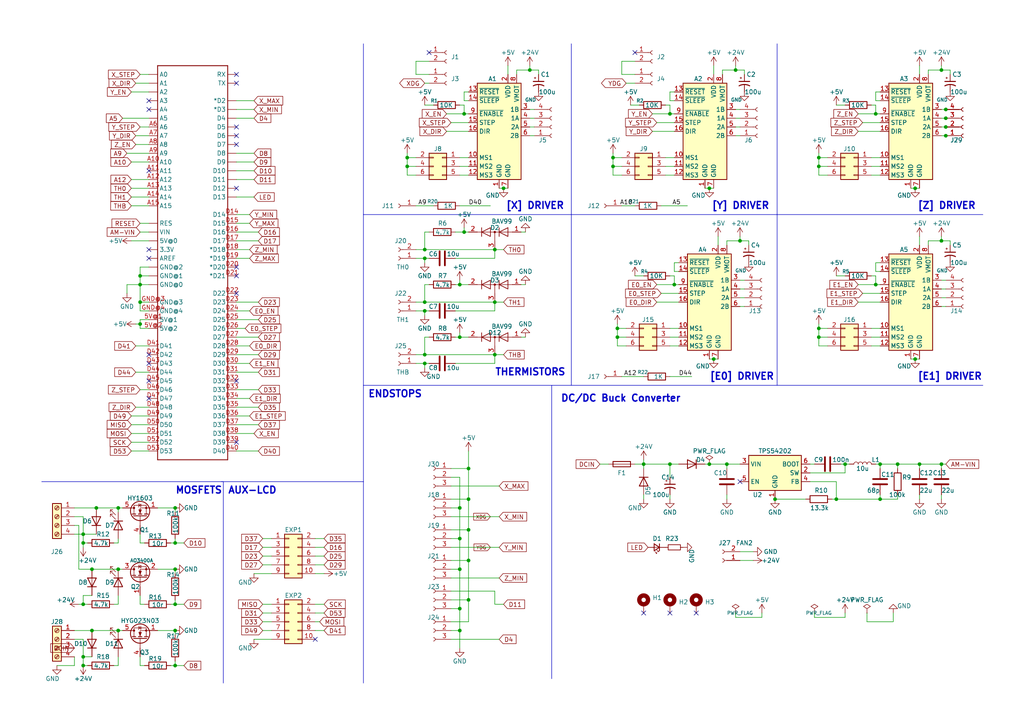
<source format=kicad_sch>
(kicad_sch (version 20230121) (generator eeschema)
  (paper "A4")
  (lib_symbols
    (symbol "Connector:Conn_01x01_Socket" (pin_names (offset 1.016) hide)
      (property "Reference" "J" (at 0 2.54 0))
      (property "Value" "Conn_01x01_Socket" (at 0 -2.54 0))
      (symbol "Conn_01x01_Socket_1_1"
        (pin passive line (at -5.08 0 0) (length 3.81) (name "Pin_1") (number "1"))
      )
    )
    (symbol "Connector:Conn_01x02_Socket" (pin_names (offset 1.016) hide)
      (property "Reference" "J" (at 0 2.54 0))
      (property "Value" "Conn_01x02_Socket" (at 0 -5.08 0))
      (symbol "Conn_01x02_Socket_1_1"
        (pin passive line (at -5.08 0 0) (length 3.81) (name "Pin_1") (number "1"))
        (pin passive line (at -5.08 -2.54 0) (length 3.81) (name "Pin_2") (number "2"))
      )
    )
    (symbol "Connector:Conn_01x03_Socket" (pin_names (offset 1.016) hide)
      (property "Reference" "J" (at 0 5.08 0))
      (property "Value" "Conn_01x03_Socket" (at 0 -5.08 0))
      (symbol "Conn_01x03_Socket_1_1"
        (pin passive line (at -5.08 2.54 0) (length 3.81) (name "Pin_1") (number "1"))
        (pin passive line (at -5.08 0 0) (length 3.81) (name "Pin_2") (number "2"))
        (pin passive line (at -5.08 -2.54 0) (length 3.81) (name "Pin_3") (number "3"))
      )
    )
    (symbol "Connector:Conn_01x04_Socket" (pin_names (offset 1.016) hide)
      (property "Reference" "J" (at 0 5.08 0))
      (property "Value" "Conn_01x04_Socket" (at 0 -7.62 0))
      (symbol "Conn_01x04_Socket_1_1"
        (pin passive line (at -5.08 2.54 0) (length 3.81) (name "Pin_1") (number "1"))
        (pin passive line (at -5.08 0 0) (length 3.81) (name "Pin_2") (number "2"))
        (pin passive line (at -5.08 -2.54 0) (length 3.81) (name "Pin_3") (number "3"))
        (pin passive line (at -5.08 -5.08 0) (length 3.81) (name "Pin_4") (number "4"))
      )
    )
    (symbol "Connector:Screw_Terminal_01x04" (pin_names (offset 1.016) hide)
      (property "Reference" "J" (at 0 5.08 0))
      (property "Value" "Screw_Terminal_01x04" (at 0 -7.62 0))
      (symbol "Screw_Terminal_01x04_1_1"
        (pin passive line (at -5.08 2.54 0) (length 3.81) (name "Pin_1") (number "1"))
        (pin passive line (at -5.08 0 0) (length 3.81) (name "Pin_2") (number "2"))
        (pin passive line (at -5.08 -2.54 0) (length 3.81) (name "Pin_3") (number "3"))
        (pin passive line (at -5.08 -5.08 0) (length 3.81) (name "Pin_4") (number "4"))
      )
    )
    (symbol "Connector_Generic:Conn_02x03_Odd_Even" (pin_names (offset 1.016) hide)
      (property "Reference" "J" (at 1.27 5.08 0))
      (property "Value" "Conn_02x03_Odd_Even" (at 1.27 -5.08 0))
      (symbol "Conn_02x03_Odd_Even_1_1"
        (pin passive line (at -5.08 2.54 0) (length 3.81) (name "Pin_1") (number "1"))
        (pin passive line (at 7.62 2.54 180) (length 3.81) (name "Pin_2") (number "2"))
        (pin passive line (at -5.08 0 0) (length 3.81) (name "Pin_3") (number "3"))
        (pin passive line (at 7.62 0 180) (length 3.81) (name "Pin_4") (number "4"))
        (pin passive line (at -5.08 -2.54 0) (length 3.81) (name "Pin_5") (number "5"))
        (pin passive line (at 7.62 -2.54 180) (length 3.81) (name "Pin_6") (number "6"))
      )
    )
    (symbol "Connector_Generic:Conn_02x05_Odd_Even" (pin_names (offset 1.016) hide)
      (property "Reference" "J" (at 1.27 7.62 0))
      (property "Value" "Conn_02x05_Odd_Even" (at 1.27 -7.62 0))
      (symbol "Conn_02x05_Odd_Even_1_1"
        (pin passive line (at -5.08 5.08 0) (length 3.81) (name "Pin_1") (number "1"))
        (pin passive line (at 7.62 -5.08 180) (length 3.81) (name "Pin_10") (number "10"))
        (pin passive line (at 7.62 5.08 180) (length 3.81) (name "Pin_2") (number "2"))
        (pin passive line (at -5.08 2.54 0) (length 3.81) (name "Pin_3") (number "3"))
        (pin passive line (at 7.62 2.54 180) (length 3.81) (name "Pin_4") (number "4"))
        (pin passive line (at -5.08 0 0) (length 3.81) (name "Pin_5") (number "5"))
        (pin passive line (at 7.62 0 180) (length 3.81) (name "Pin_6") (number "6"))
        (pin passive line (at -5.08 -2.54 0) (length 3.81) (name "Pin_7") (number "7"))
        (pin passive line (at 7.62 -2.54 180) (length 3.81) (name "Pin_8") (number "8"))
        (pin passive line (at -5.08 -5.08 0) (length 3.81) (name "Pin_9") (number "9"))
      )
    )
    (symbol "D_1" (pin_numbers hide) (pin_names (offset 1.016) hide)
      (property "Reference" "D" (at 0 2.54 0))
      (property "Value" "D" (at 0 -2.54 0))
      (symbol "D_1_1_1"
        (pin passive line (at -3.81 0 0) (length 2.54) (name "K") (number "1"))
        (pin passive line (at 3.81 0 180) (length 2.54) (name "A") (number "2"))
      )
    )
    (symbol "D_2" (pin_numbers hide) (pin_names (offset 1.016) hide)
      (property "Reference" "D" (at 0 2.54 0))
      (property "Value" "D" (at 0 -2.54 0))
      (symbol "D_2_1_1"
        (pin passive line (at -3.81 0 0) (length 2.54) (name "K") (number "1"))
        (pin passive line (at 3.81 0 180) (length 2.54) (name "A") (number "2"))
      )
    )
    (symbol "Device:C" (pin_numbers hide) (pin_names (offset 0.254))
      (property "Reference" "C" (at 0.635 2.54 0))
      (property "Value" "C" (at 0.635 -2.54 0))
      (symbol "C_1_1"
        (pin passive line (at 0 3.81 270) (length 2.794) (name "~") (number "1"))
        (pin passive line (at 0 -3.81 90) (length 2.794) (name "~") (number "2"))
      )
    )
    (symbol "Device:C_Polarized_Small_US" (pin_numbers hide) (pin_names (offset 0.254) hide)
      (property "Reference" "C" (at 0.254 1.778 0))
      (property "Value" "C_Polarized_Small_US" (at 0.254 -2.032 0))
      (symbol "C_Polarized_Small_US_1_1"
        (pin passive line (at 0 2.54 270) (length 2.032) (name "~") (number "1"))
        (pin passive line (at 0 -2.54 90) (length 2.032) (name "~") (number "2"))
      )
    )
    (symbol "Device:D" (pin_numbers hide) (pin_names (offset 1.016) hide)
      (property "Reference" "D" (at 0 2.54 0))
      (property "Value" "D" (at 0 -2.54 0))
      (symbol "D_1_1"
        (pin passive line (at -3.81 0 0) (length 2.54) (name "K") (number "1"))
        (pin passive line (at 3.81 0 180) (length 2.54) (name "A") (number "2"))
      )
    )
    (symbol "Device:Fuse" (pin_numbers hide) (pin_names (offset 0))
      (property "Reference" "F" (at 2.032 0 90))
      (property "Value" "Fuse" (at -1.905 0 90))
      (symbol "Fuse_1_1"
        (pin passive line (at 0 3.81 270) (length 1.27) (name "~") (number "1"))
        (pin passive line (at 0 -3.81 90) (length 1.27) (name "~") (number "2"))
      )
    )
    (symbol "Device:L" (pin_numbers hide) (pin_names (offset 1.016) hide)
      (property "Reference" "L" (at -1.27 0 90))
      (property "Value" "L" (at 1.905 0 90))
      (symbol "L_1_1"
        (pin passive line (at 0 3.81 270) (length 1.27) (name "1") (number "1"))
        (pin passive line (at 0 -3.81 90) (length 1.27) (name "2") (number "2"))
      )
    )
    (symbol "Device:LED" (pin_numbers hide) (pin_names (offset 1.016) hide)
      (property "Reference" "D" (at 0 2.54 0))
      (property "Value" "LED" (at 0 -2.54 0))
      (symbol "LED_1_1"
        (pin passive line (at -3.81 0 0) (length 2.54) (name "K") (number "1"))
        (pin passive line (at 3.81 0 180) (length 2.54) (name "A") (number "2"))
      )
    )
    (symbol "Device:LED_Small" (pin_numbers hide) (pin_names (offset 0.254) hide)
      (property "Reference" "D" (at -1.27 3.175 0))
      (property "Value" "LED_Small" (at -4.445 -2.54 0))
      (symbol "LED_Small_1_1"
        (pin passive line (at -2.54 0 0) (length 1.778) (name "K") (number "1"))
        (pin passive line (at 2.54 0 180) (length 1.778) (name "A") (number "2"))
      )
    )
    (symbol "Device:R" (pin_numbers hide) (pin_names (offset 0))
      (property "Reference" "R" (at 2.032 0 90))
      (property "Value" "R" (at 0 0 90))
      (symbol "R_1_1"
        (pin passive line (at 0 3.81 270) (length 1.27) (name "~") (number "1"))
        (pin passive line (at 0 -3.81 90) (length 1.27) (name "~") (number "2"))
      )
    )
    (symbol "Device:R_Small" (pin_numbers hide) (pin_names (offset 0.254) hide)
      (property "Reference" "R" (at 0.762 0.508 0))
      (property "Value" "R_Small" (at 0.762 -1.016 0))
      (symbol "R_Small_1_1"
        (pin passive line (at 0 2.54 270) (length 0.762) (name "~") (number "1"))
        (pin passive line (at 0 -2.54 90) (length 0.762) (name "~") (number "2"))
      )
    )
    (symbol "Diode:BAV99" (pin_names hide)
      (property "Reference" "D" (at 0 5.08 0))
      (property "Value" "BAV99" (at 0 2.54 0))
      (symbol "BAV99_1_1"
        (pin passive line (at -7.62 0 0) (length 2.54) (name "K") (number "1"))
        (pin passive line (at 7.62 0 180) (length 2.54) (name "A") (number "2"))
        (pin passive line (at 0 -5.08 90) (length 2.54) (name "K") (number "3"))
      )
    )
    (symbol "Mechanical:MountingHole_Pad" (pin_numbers hide) (pin_names (offset 1.016) hide)
      (property "Reference" "H" (at 0 6.35 0))
      (property "Value" "MountingHole_Pad" (at 0 4.445 0))
      (symbol "MountingHole_Pad_1_1"
        (pin input line (at 0 -2.54 90) (length 2.54) (name "1") (number "1"))
      )
    )
    (symbol "Pololu_Breakout_A4988_3"
      (property "Reference" "A?" (at 5.08 11.43 0))
      (symbol "Pololu_Breakout_A4988_3_1_1"
        (pin power_in line (at -1.27 -20.32 90) (length 2.54) (name "GND") (number "1"))
        (pin input line (at -10.16 -11.43 0) (length 2.54) (name "MS1") (number "10"))
        (pin input line (at -10.16 -13.97 0) (length 2.54) (name "MS2") (number "11"))
        (pin input line (at -10.16 -16.51 0) (length 2.54) (name "MS3") (number "12"))
        (pin input line (at -10.16 7.62 0) (length 2.54) (name "~{RESET}") (number "13"))
        (pin input line (at -10.16 5.08 0) (length 2.54) (name "~{SLEEP}") (number "14"))
        (pin input line (at -10.16 -1.27 0) (length 2.54) (name "STEP") (number "15"))
        (pin input line (at -10.16 -3.81 0) (length 2.54) (name "DIR") (number "16"))
        (pin power_in line (at 1.27 12.7 270) (length 2.54) (name "VDD") (number "2"))
        (pin output line (at 7.62 2.54 180) (length 2.54) (name "1B") (number "3"))
        (pin output line (at 7.62 0 180) (length 2.54) (name "1A") (number "4"))
        (pin output line (at 7.62 -2.54 180) (length 2.54) (name "2A") (number "5"))
        (pin output line (at 7.62 -5.08 180) (length 2.54) (name "2B") (number "6"))
        (pin power_in line (at 1.27 -20.32 90) (length 2.54) (name "GND") (number "7"))
        (pin power_in line (at 3.81 12.7 270) (length 2.54) (name "VMOT") (number "8"))
        (pin input line (at -10.16 1.27 0) (length 2.54) (name "~{ENABLE}") (number "9"))
      )
    )
    (symbol "RAMPS_1.7-eagle-import:ARDUINO_MEGA_SHIELD"
      (symbol "ARDUINO_MEGA_SHIELD_1_0"
        (pin bidirectional line (at -12.7 -33.02 0) (length 2.54) (name "3.3V") (number "3.3V"))
        (pin power_in line (at -12.7 -30.48 0) (length 2.54) (name "5V@0") (number "5V@0"))
        (pin power_in line (at -12.7 -53.34 0) (length 2.54) (name "5V@1") (number "5V@1"))
        (pin power_in line (at -12.7 -55.88 0) (length 2.54) (name "5V@2") (number "5V@2"))
        (pin bidirectional line (at -12.7 17.78 0) (length 2.54) (name "A0") (number "A0"))
        (pin bidirectional line (at -12.7 15.24 0) (length 2.54) (name "A1") (number "A1"))
        (pin bidirectional line (at -12.7 -7.62 0) (length 2.54) (name "A10") (number "A10"))
        (pin bidirectional line (at -12.7 -10.16 0) (length 2.54) (name "A11") (number "A11"))
        (pin bidirectional line (at -12.7 -12.7 0) (length 2.54) (name "A12") (number "A12"))
        (pin bidirectional line (at -12.7 -15.24 0) (length 2.54) (name "A13") (number "A13"))
        (pin bidirectional line (at -12.7 -17.78 0) (length 2.54) (name "A14") (number "A14"))
        (pin bidirectional line (at -12.7 -20.32 0) (length 2.54) (name "A15") (number "A15"))
        (pin bidirectional line (at -12.7 12.7 0) (length 2.54) (name "A2") (number "A2"))
        (pin bidirectional line (at -12.7 10.16 0) (length 2.54) (name "A3") (number "A3"))
        (pin bidirectional line (at -12.7 7.62 0) (length 2.54) (name "A4") (number "A4"))
        (pin bidirectional line (at -12.7 5.08 0) (length 2.54) (name "A5") (number "A5"))
        (pin bidirectional line (at -12.7 2.54 0) (length 2.54) (name "A6") (number "A6"))
        (pin bidirectional line (at -12.7 0 0) (length 2.54) (name "A7") (number "A7"))
        (pin bidirectional line (at -12.7 -2.54 0) (length 2.54) (name "A8") (number "A8"))
        (pin bidirectional line (at -12.7 -5.08 0) (length 2.54) (name "A9") (number "A9"))
        (pin bidirectional line (at -12.7 -35.56 0) (length 2.54) (name "AREF") (number "AREF"))
        (pin bidirectional line (at 12.7 -10.16 180) (length 2.54) (name "D10") (number "D10"))
        (pin bidirectional line (at 12.7 -12.7 180) (length 2.54) (name "D11") (number "D11"))
        (pin bidirectional line (at 12.7 -15.24 180) (length 2.54) (name "D12") (number "D12"))
        (pin bidirectional line (at 12.7 -17.78 180) (length 2.54) (name "D13") (number "D13"))
        (pin bidirectional line (at 12.7 -22.86 180) (length 2.54) (name "D14") (number "D14"))
        (pin bidirectional line (at 12.7 -25.4 180) (length 2.54) (name "D15") (number "D15"))
        (pin bidirectional line (at 12.7 -27.94 180) (length 2.54) (name "D16") (number "D16"))
        (pin bidirectional line (at 12.7 -30.48 180) (length 2.54) (name "D17") (number "D17"))
        (pin bidirectional line (at 12.7 -33.02 180) (length 2.54) (name "*D18") (number "D18"))
        (pin bidirectional line (at 12.7 -35.56 180) (length 2.54) (name "*D19") (number "D19"))
        (pin bidirectional line (at 12.7 10.16 180) (length 2.54) (name "*D2") (number "D2"))
        (pin bidirectional line (at 12.7 -38.1 180) (length 2.54) (name "*D20") (number "D20"))
        (pin bidirectional line (at 12.7 -40.64 180) (length 2.54) (name "*D21") (number "D21"))
        (pin bidirectional line (at 12.7 -45.72 180) (length 2.54) (name "D22") (number "D22"))
        (pin bidirectional line (at 12.7 -48.26 180) (length 2.54) (name "D23") (number "D23"))
        (pin bidirectional line (at 12.7 -50.8 180) (length 2.54) (name "D24") (number "D24"))
        (pin bidirectional line (at 12.7 -53.34 180) (length 2.54) (name "D25") (number "D25"))
        (pin bidirectional line (at 12.7 -55.88 180) (length 2.54) (name "D26") (number "D26"))
        (pin bidirectional line (at 12.7 -58.42 180) (length 2.54) (name "D27") (number "D27"))
        (pin bidirectional line (at 12.7 -60.96 180) (length 2.54) (name "D28") (number "D28"))
        (pin bidirectional line (at 12.7 -63.5 180) (length 2.54) (name "D29") (number "D29"))
        (pin bidirectional line (at 12.7 7.62 180) (length 2.54) (name "*D3") (number "D3"))
        (pin bidirectional line (at 12.7 -66.04 180) (length 2.54) (name "D30") (number "D30"))
        (pin bidirectional line (at 12.7 -68.58 180) (length 2.54) (name "D31") (number "D31"))
        (pin bidirectional line (at 12.7 -71.12 180) (length 2.54) (name "D32") (number "D32"))
        (pin bidirectional line (at 12.7 -73.66 180) (length 2.54) (name "D33") (number "D33"))
        (pin bidirectional line (at 12.7 -76.2 180) (length 2.54) (name "D34") (number "D34"))
        (pin bidirectional line (at 12.7 -78.74 180) (length 2.54) (name "D35") (number "D35"))
        (pin bidirectional line (at 12.7 -81.28 180) (length 2.54) (name "D36") (number "D36"))
        (pin bidirectional line (at 12.7 -83.82 180) (length 2.54) (name "D37") (number "D37"))
        (pin bidirectional line (at 12.7 -86.36 180) (length 2.54) (name "D38") (number "D38"))
        (pin bidirectional line (at 12.7 -88.9 180) (length 2.54) (name "D39") (number "D39"))
        (pin bidirectional line (at 12.7 5.08 180) (length 2.54) (name "D4") (number "D4"))
        (pin bidirectional line (at 12.7 -91.44 180) (length 2.54) (name "D40") (number "D40"))
        (pin bidirectional line (at -12.7 -60.96 0) (length 2.54) (name "D41") (number "D41"))
        (pin bidirectional line (at -12.7 -63.5 0) (length 2.54) (name "D42") (number "D42"))
        (pin bidirectional line (at -12.7 -66.04 0) (length 2.54) (name "D43") (number "D43"))
        (pin bidirectional line (at -12.7 -68.58 0) (length 2.54) (name "D44") (number "D44"))
        (pin bidirectional line (at -12.7 -71.12 0) (length 2.54) (name "D45") (number "D45"))
        (pin bidirectional line (at -12.7 -73.66 0) (length 2.54) (name "D46") (number "D46"))
        (pin bidirectional line (at -12.7 -76.2 0) (length 2.54) (name "D47") (number "D47"))
        (pin bidirectional line (at -12.7 -78.74 0) (length 2.54) (name "D48") (number "D48"))
        (pin bidirectional line (at -12.7 -81.28 0) (length 2.54) (name "D49") (number "D49"))
        (pin bidirectional line (at 12.7 2.54 180) (length 2.54) (name "D5") (number "D5"))
        (pin bidirectional line (at -12.7 -83.82 0) (length 2.54) (name "D50") (number "D50"))
        (pin bidirectional line (at -12.7 -86.36 0) (length 2.54) (name "D51") (number "D51"))
        (pin bidirectional line (at -12.7 -88.9 0) (length 2.54) (name "D52") (number "D52"))
        (pin bidirectional line (at -12.7 -91.44 0) (length 2.54) (name "D53") (number "D53"))
        (pin bidirectional line (at 12.7 0 180) (length 2.54) (name "D6") (number "D6"))
        (pin bidirectional line (at 12.7 -2.54 180) (length 2.54) (name "D7") (number "D7"))
        (pin bidirectional line (at 12.7 -5.08 180) (length 2.54) (name "D8") (number "D8"))
        (pin bidirectional line (at 12.7 -7.62 180) (length 2.54) (name "D9") (number "D9"))
        (pin power_in line (at -12.7 -43.18 0) (length 2.54) (name "GND@0") (number "GND@0"))
        (pin power_in line (at -12.7 -40.64 0) (length 2.54) (name "GND@1") (number "GND@1"))
        (pin power_in line (at -12.7 -38.1 0) (length 2.54) (name "GND@2") (number "GND@2"))
        (pin power_in line (at -12.7 -48.26 0) (length 2.54) (name "GND@3") (number "GND@3"))
        (pin power_in line (at -12.7 -50.8 0) (length 2.54) (name "GND@4") (number "GND@4"))
        (pin bidirectional line (at -12.7 -25.4 0) (length 2.54) (name "RES") (number "RES"))
        (pin bidirectional line (at 12.7 17.78 180) (length 2.54) (name "RX") (number "RX"))
        (pin bidirectional line (at 12.7 15.24 180) (length 2.54) (name "TX") (number "TX"))
        (pin bidirectional line (at -12.7 -27.94 0) (length 2.54) (name "VIN") (number "VIN"))
      )
    )
    (symbol "Regulator_Switching:TPS54302"
      (property "Reference" "U" (at -7.62 6.35 0))
      (property "Value" "TPS54302" (at 0 6.35 0))
      (symbol "TPS54302_1_1"
        (pin power_in line (at 0 -7.62 90) (length 2.54) (name "GND") (number "1"))
        (pin power_out line (at 10.16 0 180) (length 2.54) (name "SW") (number "2"))
        (pin power_in line (at -10.16 2.54 0) (length 2.54) (name "VIN") (number "3"))
        (pin input line (at 10.16 -2.54 180) (length 2.54) (name "FB") (number "4"))
        (pin input line (at -10.16 -2.54 0) (length 2.54) (name "EN") (number "5"))
        (pin passive line (at 10.16 2.54 180) (length 2.54) (name "BOOT") (number "6"))
      )
    )
    (symbol "Transistor_FET:AO3400A" (pin_names hide)
      (property "Reference" "Q" (at 5.08 1.905 0))
      (property "Value" "AO3400A" (at 5.08 0 0))
      (symbol "AO3400A_1_1"
        (pin input line (at -5.08 0 0) (length 2.54) (name "G") (number "1"))
        (pin passive line (at 2.54 -5.08 90) (length 2.54) (name "S") (number "2"))
        (pin passive line (at 2.54 5.08 270) (length 2.54) (name "D") (number "3"))
      )
    )
    (symbol "Transistor_FET:CSD17578Q5A" (pin_names hide)
      (property "Reference" "Q" (at 5.08 1.905 0))
      (property "Value" "CSD17578Q5A" (at 5.08 0 0))
      (symbol "CSD17578Q5A_1_1"
        (pin passive line (at 2.54 -5.08 90) (length 2.54) (name "S") (number "1"))
        (pin passive line (at 2.54 -5.08 90) (length 2.54) hide (name "S") (number "2"))
        (pin passive line (at 2.54 -5.08 90) (length 2.54) hide (name "S") (number "3"))
        (pin passive line (at -5.08 0 0) (length 2.54) (name "G") (number "4"))
        (pin passive line (at 2.54 5.08 270) (length 2.54) (name "D") (number "5"))
      )
    )
    (symbol "power:+24V" (power) (pin_names (offset 0))
      (property "Value" "+24V" (at 0 3.556 0))
      (symbol "+24V_1_1"
        (pin power_in line (at 0 0 90) (length 0) hide (name "+24V") (number "1"))
      )
    )
    (symbol "power:+5V" (power) (pin_names (offset 0))
      (property "Value" "+5V" (at 0 3.556 0))
      (symbol "+5V_1_1"
        (pin power_in line (at 0 0 90) (length 0) hide (name "+5V") (number "1"))
      )
    )
    (symbol "power:GND" (power) (pin_names (offset 0))
      (property "Value" "GND" (at 0 -3.81 0))
      (symbol "GND_1_1"
        (pin power_in line (at 0 0 270) (length 0) hide (name "GND") (number "1"))
      )
    )
    (symbol "power:PWR_FLAG" (power) (pin_numbers hide) (pin_names (offset 0) hide)
      (property "Value" "PWR_FLAG" (at 0 3.81 0))
      (symbol "PWR_FLAG_0_0"
        (pin power_out line (at 0 0 90) (length 0) (name "pwr") (number "1"))
      )
    )
  )
  (junction (at 265.43 104.14))
  (junction (at 34.29 182.88))
  (junction (at 146.05 54.61))
  (junction (at 195.58 82.55))
  (junction (at 118.11 48.26))
  (junction (at 273.05 20.32))
  (junction (at 237.49 97.79))
  (junction (at 245.11 134.62))
  (junction (at 242.57 144.78))
  (junction (at 274.32 39.37))
  (junction (at 123.19 87.63))
  (junction (at 133.35 165.1))
  (junction (at 40.64 80.01))
  (junction (at 194.31 33.02))
  (junction (at 194.31 134.62))
  (junction (at 133.35 156.21))
  (junction (at 274.32 31.75))
  (junction (at 254 82.55))
  (junction (at 237.49 95.25))
  (junction (at 50.8 193.04))
  (junction (at 135.89 135.89))
  (junction (at 210.82 134.62))
  (junction (at 273.05 69.85))
  (junction (at 50.8 182.88))
  (junction (at 133.35 97.79))
  (junction (at 34.29 147.32))
  (junction (at 179.07 97.79))
  (junction (at 24.13 154.94))
  (junction (at 274.32 36.83))
  (junction (at 143.51 102.87))
  (junction (at 205.74 54.61))
  (junction (at 27.94 147.32))
  (junction (at 265.43 54.61))
  (junction (at 135.89 144.78))
  (junction (at 213.36 20.32))
  (junction (at 133.35 176.53))
  (junction (at 123.19 72.39))
  (junction (at 143.51 72.39))
  (junction (at 135.89 153.67))
  (junction (at 135.89 173.99))
  (junction (at 133.35 82.55))
  (junction (at 134.62 33.02))
  (junction (at 123.19 102.87))
  (junction (at 177.8 48.26))
  (junction (at 40.64 93.98))
  (junction (at 24.13 175.26))
  (junction (at 224.79 144.78))
  (junction (at 24.13 190.5))
  (junction (at 50.8 147.32))
  (junction (at 186.69 134.62))
  (junction (at 40.64 82.55))
  (junction (at 134.62 67.31))
  (junction (at 260.35 134.62))
  (junction (at 118.11 45.72))
  (junction (at 26.67 182.88))
  (junction (at 40.64 87.63))
  (junction (at 274.32 34.29))
  (junction (at 50.8 175.26))
  (junction (at 205.74 134.62))
  (junction (at 179.07 95.25))
  (junction (at 34.29 165.1))
  (junction (at 153.67 20.32))
  (junction (at 123.19 105.41))
  (junction (at 255.27 144.78))
  (junction (at 255.27 134.62))
  (junction (at 133.35 182.88))
  (junction (at 50.8 165.1))
  (junction (at 50.8 157.48))
  (junction (at 273.05 134.62))
  (junction (at 24.13 193.04))
  (junction (at 207.01 104.14))
  (junction (at 143.51 87.63))
  (junction (at 237.49 45.72))
  (junction (at 177.8 45.72))
  (junction (at 24.13 157.48))
  (junction (at 123.19 74.93))
  (junction (at 237.49 48.26))
  (junction (at 266.7 134.62))
  (junction (at 254 33.02))
  (junction (at 133.35 147.32))
  (junction (at 214.63 69.85))
  (junction (at 135.89 162.56))
  (junction (at 26.67 165.1))
  (junction (at 123.19 90.17))
  (no_connect (at 68.58 24.13))
  (no_connect (at 43.18 102.87))
  (no_connect (at 43.18 115.57))
  (no_connect (at 68.58 110.49))
  (no_connect (at 194.31 177.8))
  (no_connect (at 184.15 15.24))
  (no_connect (at 43.18 110.49))
  (no_connect (at 43.18 29.21))
  (no_connect (at 201.93 177.8))
  (no_connect (at 68.58 54.61))
  (no_connect (at 214.63 139.7))
  (no_connect (at 43.18 49.53))
  (no_connect (at 68.58 36.83))
  (no_connect (at 43.18 72.39))
  (no_connect (at 68.58 80.01))
  (no_connect (at 68.58 128.27))
  (no_connect (at 186.69 177.8))
  (no_connect (at 68.58 39.37))
  (no_connect (at 43.18 31.75))
  (no_connect (at 68.58 77.47))
  (no_connect (at 68.58 85.09))
  (no_connect (at 43.18 105.41))
  (no_connect (at 124.46 15.24))
  (no_connect (at 68.58 41.91))
  (no_connect (at 68.58 21.59))
  (no_connect (at 91.44 185.42))
  (no_connect (at 43.18 74.93))
  (wire (pts (xy 210.82 134.62) (xy 210.82 135.89)))
  (wire (pts (xy 255.27 134.62) (xy 255.27 135.89)))
  (wire (pts (xy 269.24 20.32) (xy 273.05 20.32)))
  (wire (pts (xy 93.98 156.21) (xy 91.44 156.21)))
  (wire (pts (xy 36.83 82.55) (xy 40.64 82.55)))
  (wire (pts (xy 24.13 154.94) (xy 24.13 157.48)))
  (wire (pts (xy 68.58 34.29) (xy 73.66 34.29)))
  (wire (pts (xy 186.69 109.22) (xy 180.34 109.22)))
  (wire (pts (xy 193.04 45.72) (xy 195.58 45.72)))
  (wire (pts (xy 123.19 87.63) (xy 143.51 87.63)))
  (wire (pts (xy 215.9 81.28) (xy 214.63 81.28)))
  (wire (pts (xy 254 29.21) (xy 255.27 29.21)))
  (wire (pts (xy 130.81 149.86) (xy 144.78 149.86)))
  (wire (pts (xy 135.89 153.67) (xy 130.81 153.67)))
  (wire (pts (xy 68.58 105.41) (xy 72.39 105.41)))
  (wire (pts (xy 76.2 163.83) (xy 78.74 163.83)))
  (wire (pts (xy 242.57 80.01) (xy 245.11 80.01)))
  (wire (pts (xy 237.49 45.72) (xy 240.03 45.72)))
  (wire (pts (xy 248.92 38.1) (xy 255.27 38.1)))
  (wire (pts (xy 68.58 125.73) (xy 73.66 125.73)))
  (wire (pts (xy 120.65 102.87) (xy 123.19 102.87)))
  (wire (pts (xy 130.81 144.78) (xy 135.89 144.78)))
  (wire (pts (xy 210.82 69.85) (xy 210.82 71.12)))
  (wire (pts (xy 195.58 80.01) (xy 195.58 82.55)))
  (wire (pts (xy 179.07 100.33) (xy 181.61 100.33)))
  (wire (pts (xy 214.63 36.83) (xy 213.36 36.83)))
  (wire (pts (xy 40.64 21.59) (xy 43.18 21.59)))
  (wire (pts (xy 224.79 144.78) (xy 233.68 144.78)))
  (wire (pts (xy 180.34 45.72) (xy 177.8 45.72)))
  (wire (pts (xy 241.3 144.78) (xy 242.57 144.78)))
  (wire (pts (xy 50.8 184.15) (xy 50.8 182.88)))
  (wire (pts (xy 180.34 48.26) (xy 177.8 48.26)))
  (wire (pts (xy 49.53 175.26) (xy 50.8 175.26)))
  (wire (pts (xy 255.27 26.67) (xy 254 26.67)))
  (wire (pts (xy 205.74 104.14) (xy 207.01 104.14)))
  (wire (pts (xy 34.29 157.48) (xy 33.02 157.48)))
  (wire (pts (xy 68.58 90.17) (xy 72.39 90.17)))
  (polyline (pts (xy 105.41 12.7) (xy 105.41 62.23)))
  (wire (pts (xy 195.58 76.2) (xy 195.58 78.74)))
  (wire (pts (xy 237.49 44.45) (xy 237.49 45.72)))
  (wire (pts (xy 130.81 182.88) (xy 133.35 182.88)))
  (wire (pts (xy 68.58 95.25) (xy 71.12 95.25)))
  (polyline (pts (xy 165.705 62.23) (xy 165.705 111.76)))
  (wire (pts (xy 173.99 134.62) (xy 176.53 134.62)))
  (wire (pts (xy 153.67 20.32) (xy 156.21 20.32)))
  (wire (pts (xy 181.61 24.13) (xy 184.15 24.13)))
  (wire (pts (xy 250.19 85.09) (xy 255.27 85.09)))
  (wire (pts (xy 133.35 82.55) (xy 135.89 82.55)))
  (wire (pts (xy 252.73 100.33) (xy 255.27 100.33)))
  (polyline (pts (xy 105.41 139.7) (xy 64.165 139.7)))
  (wire (pts (xy 40.64 82.55) (xy 43.18 82.55)))
  (wire (pts (xy 130.81 140.97) (xy 144.78 140.97)))
  (wire (pts (xy 260.35 143.51) (xy 260.35 144.78)))
  (polyline (pts (xy 225.395 62.23) (xy 165.705 62.23)))
  (wire (pts (xy 45.72 147.32) (xy 50.8 147.32)))
  (wire (pts (xy 179.07 100.33) (xy 179.07 97.79)))
  (wire (pts (xy 68.58 107.95) (xy 74.93 107.95)))
  (wire (pts (xy 213.36 20.32) (xy 215.9 20.32)))
  (wire (pts (xy 189.23 33.02) (xy 194.31 33.02)))
  (wire (pts (xy 24.13 158.75) (xy 24.13 157.48)))
  (wire (pts (xy 21.59 182.88) (xy 26.67 182.88)))
  (wire (pts (xy 25.4 175.26) (xy 24.13 175.26)))
  (wire (pts (xy 266.7 134.62) (xy 260.35 134.62)))
  (wire (pts (xy 254 30.48) (xy 254 33.02)))
  (wire (pts (xy 214.63 69.85) (xy 217.17 69.85)))
  (wire (pts (xy 275.59 69.85) (xy 275.59 71.12)))
  (wire (pts (xy 143.51 171.45) (xy 130.81 171.45)))
  (wire (pts (xy 25.4 157.48) (xy 24.13 157.48)))
  (wire (pts (xy 186.69 133.35) (xy 186.69 134.62)))
  (wire (pts (xy 274.32 31.75) (xy 273.05 31.75)))
  (wire (pts (xy 254 134.62) (xy 255.27 134.62)))
  (wire (pts (xy 237.49 95.25) (xy 237.49 97.79)))
  (wire (pts (xy 214.63 68.58) (xy 214.63 69.85)))
  (wire (pts (xy 25.4 193.04) (xy 24.13 193.04)))
  (polyline (pts (xy 165.705 111.76) (xy 105.41 111.76)))
  (wire (pts (xy 269.24 69.85) (xy 273.05 69.85)))
  (wire (pts (xy 118.11 48.26) (xy 118.11 45.72)))
  (wire (pts (xy 40.64 82.55) (xy 40.64 87.63)))
  (wire (pts (xy 92.71 180.34) (xy 91.44 180.34)))
  (wire (pts (xy 120.65 17.78) (xy 120.65 21.59)))
  (wire (pts (xy 123.19 90.17) (xy 124.46 90.17)))
  (wire (pts (xy 130.81 176.53) (xy 133.35 176.53)))
  (wire (pts (xy 273.05 19.05) (xy 273.05 20.32)))
  (wire (pts (xy 24.13 185.42) (xy 24.13 190.5)))
  (wire (pts (xy 245.11 134.62) (xy 245.11 137.16)))
  (wire (pts (xy 210.82 69.85) (xy 214.63 69.85)))
  (wire (pts (xy 40.64 193.04) (xy 40.64 190.5)))
  (wire (pts (xy 146.05 175.26) (xy 143.51 175.26)))
  (wire (pts (xy 130.81 180.34) (xy 135.89 180.34)))
  (wire (pts (xy 40.64 87.63) (xy 40.64 90.17)))
  (wire (pts (xy 135.89 135.89) (xy 135.89 144.78)))
  (wire (pts (xy 234.95 139.7) (xy 242.57 139.7)))
  (wire (pts (xy 204.47 134.62) (xy 205.74 134.62)))
  (wire (pts (xy 40.64 77.47) (xy 40.64 80.01)))
  (wire (pts (xy 133.35 156.21) (xy 130.81 156.21)))
  (wire (pts (xy 245.11 179.07) (xy 245.11 177.8)))
  (wire (pts (xy 133.35 147.32) (xy 133.35 156.21)))
  (wire (pts (xy 68.58 130.81) (xy 74.93 130.81)))
  (wire (pts (xy 255.27 134.62) (xy 260.35 134.62)))
  (wire (pts (xy 34.29 172.72) (xy 34.29 175.26)))
  (wire (pts (xy 40.64 90.17) (xy 43.18 90.17)))
  (wire (pts (xy 237.49 50.8) (xy 240.03 50.8)))
  (polyline (pts (xy 64.77 139.7) (xy 12.095 139.7)))
  (wire (pts (xy 205.74 54.61) (xy 207.01 54.61)))
  (polyline (pts (xy 105.41 62.23) (xy 105.41 111.76)))
  (wire (pts (xy 40.64 113.03) (xy 43.18 113.03)))
  (wire (pts (xy 124.46 17.78) (xy 120.65 17.78)))
  (wire (pts (xy 68.58 118.11) (xy 74.93 118.11)))
  (wire (pts (xy 242.57 30.48) (xy 245.11 30.48)))
  (wire (pts (xy 34.29 165.1) (xy 35.56 165.1)))
  (wire (pts (xy 38.1 57.15) (xy 43.18 57.15)))
  (wire (pts (xy 76.2 177.8) (xy 78.74 177.8)))
  (wire (pts (xy 184.15 80.01) (xy 186.69 80.01)))
  (wire (pts (xy 123.19 97.79) (xy 123.19 102.87)))
  (wire (pts (xy 39.37 24.13) (xy 43.18 24.13)))
  (polyline (pts (xy 285.085 111.76) (xy 225.395 111.76)))
  (wire (pts (xy 132.08 67.31) (xy 134.62 67.31)))
  (wire (pts (xy 129.54 38.1) (xy 135.89 38.1)))
  (wire (pts (xy 49.53 193.04) (xy 50.8 193.04)))
  (wire (pts (xy 143.51 72.39) (xy 143.51 74.93)))
  (wire (pts (xy 194.31 26.67) (xy 194.31 29.21)))
  (wire (pts (xy 177.8 44.45) (xy 177.8 45.72)))
  (wire (pts (xy 132.08 97.79) (xy 133.35 97.79)))
  (wire (pts (xy 50.8 175.26) (xy 53.34 175.26)))
  (wire (pts (xy 186.69 134.62) (xy 194.31 134.62)))
  (wire (pts (xy 40.64 157.48) (xy 41.91 157.48)))
  (wire (pts (xy 194.31 143.51) (xy 194.31 144.78)))
  (wire (pts (xy 220.98 179.07) (xy 220.98 177.8)))
  (wire (pts (xy 36.83 44.45) (xy 43.18 44.45)))
  (wire (pts (xy 118.11 48.26) (xy 120.65 48.26)))
  (wire (pts (xy 21.59 154.94) (xy 24.13 154.94)))
  (wire (pts (xy 132.08 74.93) (xy 143.51 74.93)))
  (wire (pts (xy 190.5 87.63) (xy 196.85 87.63)))
  (wire (pts (xy 190.5 82.55) (xy 195.58 82.55)))
  (wire (pts (xy 275.59 20.32) (xy 275.59 21.59)))
  (wire (pts (xy 273.05 68.58) (xy 273.05 69.85)))
  (wire (pts (xy 154.94 39.37) (xy 153.67 39.37)))
  (wire (pts (xy 133.35 50.8) (xy 135.89 50.8)))
  (wire (pts (xy 193.04 48.26) (xy 195.58 48.26)))
  (wire (pts (xy 274.32 36.83) (xy 273.05 36.83)))
  (polyline (pts (xy 225.395 111.76) (xy 165.705 111.76)))
  (wire (pts (xy 40.64 175.26) (xy 40.64 172.72)))
  (wire (pts (xy 254 76.2) (xy 254 78.74)))
  (wire (pts (xy 68.58 97.79) (xy 74.93 97.79)))
  (wire (pts (xy 179.07 97.79) (xy 179.07 95.25)))
  (wire (pts (xy 236.22 177.8) (xy 236.22 179.07)))
  (wire (pts (xy 236.22 179.07) (xy 245.11 179.07)))
  (wire (pts (xy 133.35 96.52) (xy 133.35 97.79)))
  (wire (pts (xy 273.05 144.78) (xy 273.05 143.51)))
  (wire (pts (xy 68.58 123.19) (xy 74.93 123.19)))
  (wire (pts (xy 213.36 19.05) (xy 213.36 20.32)))
  (wire (pts (xy 68.58 92.71) (xy 74.93 92.71)))
  (wire (pts (xy 134.62 67.31) (xy 135.89 67.31)))
  (wire (pts (xy 39.37 41.91) (xy 43.18 41.91)))
  (wire (pts (xy 248.92 87.63) (xy 255.27 87.63)))
  (wire (pts (xy 252.73 45.72) (xy 255.27 45.72)))
  (wire (pts (xy 215.9 86.36) (xy 214.63 86.36)))
  (wire (pts (xy 254 80.01) (xy 254 82.55)))
  (wire (pts (xy 135.89 173.99) (xy 135.89 180.34)))
  (wire (pts (xy 186.69 134.62) (xy 186.69 135.89)))
  (polyline (pts (xy 105.41 139.7) (xy 105.41 198.12)))
  (wire (pts (xy 93.98 161.29) (xy 91.44 161.29)))
  (wire (pts (xy 22.86 175.26) (xy 24.13 175.26)))
  (wire (pts (xy 251.46 177.8) (xy 251.46 180.34)))
  (wire (pts (xy 254 26.67) (xy 254 29.21)))
  (wire (pts (xy 68.58 57.15) (xy 73.66 57.15)))
  (wire (pts (xy 38.1 46.99) (xy 43.18 46.99)))
  (wire (pts (xy 34.29 190.5) (xy 34.29 193.04)))
  (wire (pts (xy 240.03 97.79) (xy 237.49 97.79)))
  (wire (pts (xy 180.34 59.69) (xy 184.15 59.69)))
  (wire (pts (xy 22.86 165.1) (xy 26.67 165.1)))
  (wire (pts (xy 135.89 130.81) (xy 135.89 135.89)))
  (polyline (pts (xy 225.395 12.7) (xy 225.395 62.23)))
  (wire (pts (xy 274.32 83.82) (xy 273.05 83.82)))
  (wire (pts (xy 40.64 193.04) (xy 41.91 193.04)))
  (wire (pts (xy 186.69 144.78) (xy 186.69 143.51)))
  (wire (pts (xy 26.67 182.88) (xy 34.29 182.88)))
  (wire (pts (xy 76.2 175.26) (xy 78.74 175.26)))
  (wire (pts (xy 189.23 38.1) (xy 195.58 38.1)))
  (wire (pts (xy 194.31 134.62) (xy 194.31 138.43)))
  (wire (pts (xy 194.31 33.02) (xy 195.58 33.02)))
  (wire (pts (xy 93.98 182.88) (xy 91.44 182.88)))
  (wire (pts (xy 34.29 147.32) (xy 35.56 147.32)))
  (wire (pts (xy 130.81 162.56) (xy 135.89 162.56)))
  (wire (pts (xy 194.31 100.33) (xy 196.85 100.33)))
  (wire (pts (xy 133.35 165.1) (xy 133.35 176.53)))
  (wire (pts (xy 215.9 88.9) (xy 214.63 88.9)))
  (wire (pts (xy 151.13 82.55) (xy 152.4 82.55)))
  (wire (pts (xy 120.65 105.41) (xy 123.19 105.41)))
  (wire (pts (xy 93.98 163.83) (xy 91.44 163.83)))
  (wire (pts (xy 273.05 134.62) (xy 274.32 134.62)))
  (wire (pts (xy 195.58 82.55) (xy 196.85 82.55)))
  (wire (pts (xy 39.37 118.11) (xy 43.18 118.11)))
  (wire (pts (xy 68.58 113.03) (xy 74.93 113.03)))
  (wire (pts (xy 93.98 177.8) (xy 91.44 177.8)))
  (wire (pts (xy 50.8 148.59) (xy 50.8 147.32)))
  (wire (pts (xy 143.51 72.39) (xy 146.05 72.39)))
  (wire (pts (xy 118.11 50.8) (xy 120.65 50.8)))
  (wire (pts (xy 123.19 67.31) (xy 124.46 67.31)))
  (wire (pts (xy 123.19 74.93) (xy 123.19 76.2)))
  (wire (pts (xy 156.21 20.32) (xy 156.21 21.59)))
  (wire (pts (xy 154.94 36.83) (xy 153.67 36.83)))
  (wire (pts (xy 76.2 158.75) (xy 78.74 158.75)))
  (wire (pts (xy 76.2 156.21) (xy 78.74 156.21)))
  (wire (pts (xy 246.38 134.62) (xy 245.11 134.62)))
  (wire (pts (xy 135.89 144.78) (xy 135.89 153.67)))
  (wire (pts (xy 205.74 134.62) (xy 210.82 134.62)))
  (wire (pts (xy 210.82 134.62) (xy 214.63 134.62)))
  (wire (pts (xy 259.08 180.34) (xy 259.08 177.8)))
  (wire (pts (xy 214.63 39.37) (xy 213.36 39.37)))
  (wire (pts (xy 179.07 93.98) (xy 179.07 95.25)))
  (wire (pts (xy 50.8 191.77) (xy 50.8 193.04)))
  (polyline (pts (xy 105.41 111.76) (xy 105.41 139.7)))
  (wire (pts (xy 50.8 193.04) (xy 53.34 193.04)))
  (wire (pts (xy 38.1 125.73) (xy 43.18 125.73)))
  (wire (pts (xy 26.67 165.1) (xy 34.29 165.1)))
  (wire (pts (xy 273.05 20.32) (xy 275.59 20.32)))
  (wire (pts (xy 134.62 66.04) (xy 134.62 67.31)))
  (wire (pts (xy 68.58 44.45) (xy 73.66 44.45)))
  (wire (pts (xy 40.64 80.01) (xy 40.64 82.55)))
  (wire (pts (xy 274.32 88.9) (xy 273.05 88.9)))
  (wire (pts (xy 193.04 50.8) (xy 195.58 50.8)))
  (wire (pts (xy 130.81 165.1) (xy 133.35 165.1)))
  (wire (pts (xy 248.92 33.02) (xy 254 33.02)))
  (wire (pts (xy 180.34 21.59) (xy 184.15 21.59)))
  (wire (pts (xy 133.35 45.72) (xy 135.89 45.72)))
  (wire (pts (xy 143.51 105.41) (xy 132.08 105.41)))
  (wire (pts (xy 194.31 95.25) (xy 196.85 95.25)))
  (wire (pts (xy 194.31 134.62) (xy 196.85 134.62)))
  (wire (pts (xy 130.81 147.32) (xy 133.35 147.32)))
  (wire (pts (xy 43.18 92.71) (xy 40.64 92.71)))
  (wire (pts (xy 123.19 105.41) (xy 123.19 106.68)))
  (wire (pts (xy 184.15 134.62) (xy 186.69 134.62)))
  (wire (pts (xy 40.64 36.83) (xy 43.18 36.83)))
  (wire (pts (xy 252.73 97.79) (xy 255.27 97.79)))
  (wire (pts (xy 45.72 182.88) (xy 50.8 182.88)))
  (wire (pts (xy 38.1 120.65) (xy 43.18 120.65)))
  (wire (pts (xy 255.27 144.78) (xy 255.27 143.51)))
  (wire (pts (xy 123.19 82.55) (xy 123.19 87.63)))
  (wire (pts (xy 215.9 20.32) (xy 215.9 21.59)))
  (wire (pts (xy 130.81 185.42) (xy 144.78 185.42)))
  (wire (pts (xy 194.31 80.01) (xy 195.58 80.01)))
  (wire (pts (xy 195.58 26.67) (xy 194.31 26.67)))
  (wire (pts (xy 149.86 20.32) (xy 153.67 20.32)))
  (wire (pts (xy 254 78.74) (xy 255.27 78.74)))
  (wire (pts (xy 123.19 72.39) (xy 143.51 72.39)))
  (wire (pts (xy 248.92 82.55) (xy 254 82.55)))
  (wire (pts (xy 43.18 80.01) (xy 40.64 80.01)))
  (wire (pts (xy 35.56 34.29) (xy 43.18 34.29)))
  (wire (pts (xy 254 82.55) (xy 255.27 82.55)))
  (wire (pts (xy 130.81 138.43) (xy 133.35 138.43)))
  (wire (pts (xy 154.94 34.29) (xy 153.67 34.29)))
  (wire (pts (xy 24.13 154.94) (xy 27.94 154.94)))
  (wire (pts (xy 245.11 134.62) (xy 243.84 134.62)))
  (wire (pts (xy 45.72 165.1) (xy 50.8 165.1)))
  (wire (pts (xy 204.47 54.61) (xy 205.74 54.61)))
  (wire (pts (xy 68.58 102.87) (xy 74.93 102.87)))
  (wire (pts (xy 215.9 83.82) (xy 214.63 83.82)))
  (wire (pts (xy 68.58 67.31) (xy 74.93 67.31)))
  (wire (pts (xy 194.31 109.22) (xy 200.66 109.22)))
  (wire (pts (xy 123.19 24.13) (xy 124.46 24.13)))
  (wire (pts (xy 123.19 90.17) (xy 123.19 91.44)))
  (wire (pts (xy 143.51 90.17) (xy 132.08 90.17)))
  (wire (pts (xy 252.73 95.25) (xy 255.27 95.25)))
  (wire (pts (xy 68.58 46.99) (xy 73.66 46.99)))
  (wire (pts (xy 133.35 138.43) (xy 133.35 147.32)))
  (wire (pts (xy 38.1 52.07) (xy 43.18 52.07)))
  (wire (pts (xy 68.58 100.33) (xy 72.39 100.33)))
  (wire (pts (xy 133.35 156.21) (xy 133.35 165.1)))
  (wire (pts (xy 123.19 67.31) (xy 123.19 72.39)))
  (wire (pts (xy 38.1 123.19) (xy 43.18 123.19)))
  (wire (pts (xy 154.94 31.75) (xy 153.67 31.75)))
  (wire (pts (xy 120.65 87.63) (xy 123.19 87.63)))
  (wire (pts (xy 34.29 148.59) (xy 34.29 147.32)))
  (wire (pts (xy 93.98 166.37) (xy 91.44 166.37)))
  (wire (pts (xy 135.89 153.67) (xy 135.89 162.56)))
  (wire (pts (xy 118.11 50.8) (xy 118.11 48.26)))
  (wire (pts (xy 68.58 31.75) (xy 73.66 31.75)))
  (wire (pts (xy 214.63 34.29) (xy 213.36 34.29)))
  (wire (pts (xy 118.11 45.72) (xy 120.65 45.72)))
  (wire (pts (xy 34.29 156.21) (xy 34.29 157.48)))
  (wire (pts (xy 130.81 173.99) (xy 135.89 173.99)))
  (wire (pts (xy 217.17 69.85) (xy 217.17 71.12)))
  (polyline (pts (xy 225.395 62.23) (xy 225.395 111.76)))
  (wire (pts (xy 118.11 44.45) (xy 118.11 45.72)))
  (wire (pts (xy 213.36 179.07) (xy 220.98 179.07)))
  (wire (pts (xy 123.19 105.41) (xy 124.46 105.41)))
  (wire (pts (xy 143.51 102.87) (xy 146.05 102.87)))
  (wire (pts (xy 39.37 100.33) (xy 43.18 100.33)))
  (wire (pts (xy 130.81 35.56) (xy 135.89 35.56)))
  (wire (pts (xy 274.32 86.36) (xy 273.05 86.36)))
  (wire (pts (xy 144.78 54.61) (xy 146.05 54.61)))
  (wire (pts (xy 68.58 69.85) (xy 74.93 69.85)))
  (wire (pts (xy 24.13 190.5) (xy 26.67 190.5)))
  (wire (pts (xy 179.07 95.25) (xy 181.61 95.25)))
  (wire (pts (xy 143.51 87.63) (xy 146.05 87.63)))
  (wire (pts (xy 237.49 93.98) (xy 237.49 95.25)))
  (wire (pts (xy 133.35 81.28) (xy 133.35 82.55)))
  (wire (pts (xy 130.81 135.89) (xy 135.89 135.89)))
  (wire (pts (xy 237.49 48.26) (xy 237.49 45.72)))
  (polyline (pts (xy 64.77 198.12) (xy 64.77 139.7)))
  (wire (pts (xy 274.32 39.37) (xy 273.05 39.37)))
  (wire (pts (xy 135.89 162.56) (xy 135.89 173.99)))
  (wire (pts (xy 177.8 48.26) (xy 177.8 45.72)))
  (wire (pts (xy 193.04 30.48) (xy 194.31 30.48)))
  (wire (pts (xy 50.8 156.21) (xy 50.8 157.48)))
  (wire (pts (xy 134.62 26.67) (xy 134.62 29.21)))
  (wire (pts (xy 134.62 33.02) (xy 135.89 33.02)))
  (wire (pts (xy 153.67 19.05) (xy 153.67 20.32)))
  (wire (pts (xy 40.64 175.26) (xy 41.91 175.26)))
  (wire (pts (xy 133.35 187.96) (xy 133.35 182.88)))
  (wire (pts (xy 242.57 139.7) (xy 242.57 144.78)))
  (wire (pts (xy 120.65 72.39) (xy 123.19 72.39)))
  (wire (pts (xy 207.01 104.14) (xy 208.28 104.14)))
  (wire (pts (xy 210.82 143.51) (xy 210.82 144.78)))
  (wire (pts (xy 76.2 161.29) (xy 78.74 161.29)))
  (wire (pts (xy 234.95 137.16) (xy 245.11 137.16)))
  (wire (pts (xy 237.49 50.8) (xy 237.49 48.26)))
  (wire (pts (xy 260.35 144.78) (xy 255.27 144.78)))
  (wire (pts (xy 21.59 149.86) (xy 24.13 149.86)))
  (wire (pts (xy 208.28 68.58) (xy 208.28 71.12)))
  (wire (pts (xy 143.51 105.41) (xy 143.51 102.87)))
  (wire (pts (xy 34.29 182.88) (xy 35.56 182.88)))
  (wire (pts (xy 214.63 160.02) (xy 218.44 160.02)))
  (wire (pts (xy 68.58 74.93) (xy 72.39 74.93)))
  (wire (pts (xy 93.98 158.75) (xy 91.44 158.75)))
  (wire (pts (xy 38.1 54.61) (xy 43.18 54.61)))
  (polyline (pts (xy 165.705 12.7) (xy 165.705 62.23)))
  (polyline (pts (xy 285.085 62.23) (xy 225.395 62.23)))
  (wire (pts (xy 254 33.02) (xy 255.27 33.02)))
  (wire (pts (xy 151.13 97.79) (xy 152.4 97.79)))
  (wire (pts (xy 50.8 173.99) (xy 50.8 175.26)))
  (wire (pts (xy 68.58 120.65) (xy 72.39 120.65)))
  (wire (pts (xy 177.8 50.8) (xy 180.34 50.8)))
  (wire (pts (xy 135.89 26.67) (xy 134.62 26.67)))
  (wire (pts (xy 195.58 78.74) (xy 196.85 78.74)))
  (wire (pts (xy 214.63 162.56) (xy 218.44 162.56)))
  (wire (pts (xy 123.19 30.48) (xy 125.73 30.48)))
  (wire (pts (xy 38.1 26.67) (xy 43.18 26.67)))
  (wire (pts (xy 34.29 193.04) (xy 33.02 193.04)))
  (wire (pts (xy 68.58 29.21) (xy 73.66 29.21)))
  (wire (pts (xy 213.36 177.8) (xy 213.36 179.07)))
  (wire (pts (xy 120.65 21.59) (xy 124.46 21.59)))
  (wire (pts (xy 68.58 62.23) (xy 72.39 62.23)))
  (polyline (pts (xy 160.02 111.76) (xy 160.02 196.85)))
  (wire (pts (xy 24.13 190.5) (xy 24.13 193.04)))
  (wire (pts (xy 130.81 167.64) (xy 144.78 167.64)))
  (wire (pts (xy 39.37 39.37) (xy 43.18 39.37)))
  (wire (pts (xy 191.77 59.69) (xy 199.39 59.69)))
  (wire (pts (xy 209.55 20.32) (xy 209.55 21.59)))
  (wire (pts (xy 120.65 59.69) (xy 125.73 59.69)))
  (wire (pts (xy 266.7 143.51) (xy 266.7 144.78)))
  (wire (pts (xy 40.64 93.98) (xy 40.64 95.25)))
  (wire (pts (xy 273.05 135.89) (xy 273.05 134.62)))
  (wire (pts (xy 36.83 85.09) (xy 36.83 82.55)))
  (wire (pts (xy 93.98 175.26) (xy 91.44 175.26)))
  (wire (pts (xy 180.34 17.78) (xy 180.34 21.59)))
  (wire (pts (xy 21.59 147.32) (xy 27.94 147.32)))
  (wire (pts (xy 68.58 87.63) (xy 74.93 87.63)))
  (wire (pts (xy 252.73 30.48) (xy 254 30.48)))
  (wire (pts (xy 209.55 20.32) (xy 213.36 20.32)))
  (wire (pts (xy 194.31 97.79) (xy 196.85 97.79)))
  (wire (pts (xy 179.07 97.79) (xy 181.61 97.79)))
  (wire (pts (xy 265.43 104.14) (xy 266.7 104.14)))
  (wire (pts (xy 237.49 95.25) (xy 240.03 95.25)))
  (wire (pts (xy 38.1 128.27) (xy 43.18 128.27)))
  (wire (pts (xy 21.59 185.42) (xy 24.13 185.42)))
  (wire (pts (xy 207.01 19.05) (xy 207.01 21.59)))
  (wire (pts (xy 273.05 69.85) (xy 275.59 69.85)))
  (wire (pts (xy 149.86 20.32) (xy 149.86 21.59)))
  (wire (pts (xy 190.5 35.56) (xy 195.58 35.56)))
  (wire (pts (xy 73.66 166.37) (xy 78.74 166.37)))
  (wire (pts (xy 265.43 54.61) (xy 266.7 54.61)))
  (wire (pts (xy 184.15 17.78) (xy 180.34 17.78)))
  (wire (pts (xy 123.19 97.79) (xy 124.46 97.79)))
  (wire (pts (xy 40.64 64.77) (xy 43.18 64.77)))
  (wire (pts (xy 76.2 180.34) (xy 78.74 180.34)))
  (wire (pts (xy 237.49 97.79) (xy 237.49 100.33)))
  (wire (pts (xy 68.58 64.77) (xy 72.39 64.77)))
  (wire (pts (xy 182.88 30.48) (xy 185.42 30.48)))
  (wire (pts (xy 24.13 172.72) (xy 24.13 175.26)))
  (wire (pts (xy 252.73 48.26) (xy 255.27 48.26)))
  (wire (pts (xy 21.59 152.4) (xy 22.86 152.4)))
  (wire (pts (xy 250.19 35.56) (xy 255.27 35.56)))
  (wire (pts (xy 255.27 76.2) (xy 254 76.2)))
  (wire (pts (xy 34.29 175.26) (xy 33.02 175.26)))
  (wire (pts (xy 76.2 182.88) (xy 78.74 182.88)))
  (wire (pts (xy 143.51 90.17) (xy 143.51 87.63)))
  (wire (pts (xy 134.62 29.21) (xy 135.89 29.21)))
  (wire (pts (xy 123.19 102.87) (xy 143.51 102.87)))
  (wire (pts (xy 266.7 68.58) (xy 266.7 71.12)))
  (wire (pts (xy 266.7 134.62) (xy 273.05 134.62)))
  (wire (pts (xy 38.1 69.85) (xy 43.18 69.85)))
  (wire (pts (xy 143.51 175.26) (xy 143.51 171.45)))
  (wire (pts (xy 266.7 19.05) (xy 266.7 21.59)))
  (wire (pts (xy 274.32 81.28) (xy 273.05 81.28)))
  (wire (pts (xy 234.95 134.62) (xy 236.22 134.62)))
  (polyline (pts (xy 165.705 62.23) (xy 105.41 62.23)))
  (wire (pts (xy 40.64 87.63) (xy 43.18 87.63)))
  (wire (pts (xy 251.46 180.34) (xy 259.08 180.34)))
  (wire (pts (xy 120.65 90.17) (xy 123.19 90.17)))
  (wire (pts (xy 252.73 80.01) (xy 254 80.01)))
  (wire (pts (xy 242.57 144.78) (xy 255.27 144.78)))
  (wire (pts (xy 40.64 157.48) (xy 40.64 154.94)))
  (wire (pts (xy 133.35 30.48) (xy 134.62 30.48)))
  (wire (pts (xy 40.64 92.71) (xy 40.64 93.98)))
  (wire (pts (xy 264.16 54.61) (xy 265.43 54.61)))
  (wire (pts (xy 147.32 19.05) (xy 147.32 21.59)))
  (wire (pts (xy 16.51 193.04) (xy 21.59 193.04)))
  (wire (pts (xy 237.49 48.26) (xy 240.03 48.26)))
  (wire (pts (xy 269.24 20.32) (xy 269.24 21.59)))
  (wire (pts (xy 151.13 67.31) (xy 152.4 67.31)))
  (wire (pts (xy 39.37 93.98) (xy 40.64 93.98)))
  (wire (pts (xy 27.94 147.32) (xy 34.29 147.32)))
  (wire (pts (xy 260.35 134.62) (xy 260.35 135.89)))
  (wire (pts (xy 40.64 95.25) (xy 43.18 95.25)))
  (wire (pts (xy 133.35 48.26) (xy 135.89 48.26)))
  (wire (pts (xy 50.8 157.48) (xy 53.34 157.48)))
  (wire (pts (xy 132.08 82.55) (xy 133.35 82.55)))
  (wire (pts (xy 24.13 172.72) (xy 26.67 172.72)))
  (wire (pts (xy 264.16 104.14) (xy 265.43 104.14)))
  (wire (pts (xy 274.32 34.29) (xy 273.05 34.29)))
  (wire (pts (xy 194.31 30.48) (xy 194.31 33.02)))
  (wire (pts (xy 123.19 82.55) (xy 124.46 82.55)))
  (wire (pts (xy 129.54 33.02) (xy 134.62 33.02)))
  (wire (pts (xy 40.64 67.31) (xy 43.18 67.31)))
  (wire (pts (xy 120.65 74.93) (xy 123.19 74.93)))
  (wire (pts (xy 134.62 30.48) (xy 134.62 33.02)))
  (wire (pts (xy 68.58 52.07) (xy 73.66 52.07)))
  (wire (pts (xy 133.35 59.69) (xy 142.24 59.69)))
  (wire (pts (xy 22.86 152.4) (xy 22.86 165.1)))
  (wire (pts (xy 50.8 166.37) (xy 50.8 165.1)))
  (wire (pts (xy 123.19 74.93) (xy 124.46 74.93)))
  (wire (pts (xy 38.1 59.69) (xy 43.18 59.69)))
  (wire (pts (xy 194.31 29.21) (xy 195.58 29.21)))
  (wire (pts (xy 252.73 50.8) (xy 255.27 50.8)))
  (wire (pts (xy 269.24 69.85) (xy 269.24 71.12)))
  (wire (pts (xy 38.1 130.81) (xy 43.18 130.81)))
  (wire (pts (xy 21.59 193.04) (xy 21.59 190.5)))
  (wire (pts (xy 43.18 77.47) (xy 40.64 77.47)))
  (wire (pts (xy 39.37 107.95) (xy 43.18 107.95)))
  (wire (pts (xy 133.35 176.53) (xy 133.35 182.88)))
  (wire (pts (xy 191.77 85.09) (xy 196.85 85.09)))
  (wire (pts (xy 177.8 50.8) (xy 177.8 48.26)))
  (wire (pts (xy 24.13 149.86) (xy 24.13 154.94)))
  (wire (pts (xy 240.03 100.33) (xy 237.49 100.33)))
  (wire (pts (xy 146.05 54.61) (xy 147.32 54.61)))
  (wire (pts (xy 68.58 49.53) (xy 73.66 49.53)))
  (wire (pts (xy 73.66 185.42) (xy 78.74 185.42)))
  (wire (pts (xy 214.63 31.75) (xy 213.36 31.75)))
  (wire (pts (xy 49.53 157.48) (xy 50.8 157.48)))
  (wire (pts (xy 68.58 115.57) (xy 72.39 115.57)))
  (wire (pts (xy 266.7 135.89) (xy 266.7 134.62)))
  (wire (pts (xy 68.58 72.39) (xy 72.39 72.39)))
  (wire (pts (xy 133.35 97.79) (xy 135.89 97.79)))
  (wire (pts (xy 196.85 76.2) (xy 195.58 76.2)))
  (wire (pts (xy 130.81 158.75) (xy 144.78 158.75)))
  (text "[E0] DRIVER" (at 205.74 110.49 0) (effects (font (size 2 2) (thickness 0.4) bold) (justify left bottom)))
  (text "[Y] DRIVER" (at 206.345 60.96 0) (effects (font (size 2 2) (thickness 0.4) bold) (justify left bottom)))
  (text "[Z] DRIVER" (at 266.035 60.96 0) (effects (font (size 2 2) (thickness 0.4) bold) (justify left bottom)))
  (text "DC/DC Buck Converter" (at 162.56 116.84 0) (effects (font (size 2 2) bold) (justify left bottom)))
  (text "MOSFETS" (at 50.8 143.51 0) (effects (font (size 2 2) bold) (justify left bottom)))
  (text "THERMISTORS" (at 143.51 109.22 0) (effects (font (size 2 2) bold) (justify left bottom)))
  (text "AUX-LCD" (at 66.04 143.51 0) (effects (font (size 2 2) (thickness 0.4) bold) (justify left bottom)))
  (text "[E1] DRIVER" (at 266.035 110.49 0) (effects (font (size 2 2) (thickness 0.4) bold) (justify left bottom)))
  (text "[X] DRIVER" (at 146.655 60.96 0) (effects (font (size 2 2) (thickness 0.4) bold) (justify left bottom)))
  (text "ENDSTOPS" (at 106.68 115.57 0) (effects (font (size 2 2) bold) (justify left bottom)))
  (label "A10" (at 183.485 59.69 180))
  (label "A5" (at 197.455 59.69 180))
  (label "A12" (at 180.945 109.22 0))
  (label "A9" (at 121.255 59.69 0))
  (label "D44" (at 196.85 109.22 0))
  (label "D40" (at 135.89 59.69 0))
  (global_label "MISO" (shape input) (at 38.1 123.19 180) (property "Intersheetrefs" "${INTERSHEET_REFS}" (effects hide)))
  (global_label "MOSI" (shape input) (at 38.1 125.73 180) (property "Intersheetrefs" "${INTERSHEET_REFS}" (effects hide)))
  (global_label "D35" (shape input) (at 93.98 156.21 0) (property "Intersheetrefs" "${INTERSHEET_REFS}" (effects hide)))
  (global_label "D49" (shape input) (at 38.1 120.65 180) (property "Intersheetrefs" "${INTERSHEET_REFS}" (effects hide)))
  (global_label "E1_EN" (shape input) (at 72.39 105.41 0) (property "Intersheetrefs" "${INTERSHEET_REFS}" (effects hide)))
  (global_label "X_MIN" (shape input) (at 73.66 31.75 0) (property "Intersheetrefs" "${INTERSHEET_REFS}" (effects hide)))
  (global_label "Z_EN" (shape input) (at 248.92 33.02 180) (property "Intersheetrefs" "${INTERSHEET_REFS}" (effects hide)))
  (global_label "Y_DIR" (shape input) (at 39.37 39.37 180) (property "Intersheetrefs" "${INTERSHEET_REFS}" (effects hide)))
  (global_label "E0_DIR" (shape input) (at 72.39 100.33 0) (property "Intersheetrefs" "${INTERSHEET_REFS}" (effects hide)))
  (global_label "DCIN" (shape input) (at 21.59 187.96 180) (property "Intersheetrefs" "${INTERSHEET_REFS}" (effects hide)))
  (global_label "YDG" (shape bidirectional) (at 181.61 24.13 180) (property "Intersheetrefs" "${INTERSHEET_REFS}" (effects hide)))
  (global_label "DCIN" (shape input) (at 173.99 134.62 180) (property "Intersheetrefs" "${INTERSHEET_REFS}" (effects hide)))
  (global_label "D4" (shape input) (at 73.66 34.29 0) (property "Intersheetrefs" "${INTERSHEET_REFS}" (effects hide)))
  (global_label "RESET" (shape input) (at 40.64 64.77 180) (property "Intersheetrefs" "${INTERSHEET_REFS}" (effects hide)))
  (global_label "LED" (shape input) (at 73.66 57.15 0) (property "Intersheetrefs" "${INTERSHEET_REFS}" (effects hide)))
  (global_label "LED" (shape input) (at 187.96 158.75 180) (property "Intersheetrefs" "${INTERSHEET_REFS}" (effects hide)))
  (global_label "X_DIR" (shape input) (at 39.37 24.13 180) (property "Intersheetrefs" "${INTERSHEET_REFS}" (effects hide)))
  (global_label "Z_MAX" (shape input) (at 72.39 74.93 0) (property "Intersheetrefs" "${INTERSHEET_REFS}" (effects hide)))
  (global_label "D31" (shape input) (at 74.93 107.95 0) (property "Intersheetrefs" "${INTERSHEET_REFS}" (effects hide)))
  (global_label "Y_MIN" (shape input) (at 72.39 62.23 0) (property "Intersheetrefs" "${INTERSHEET_REFS}" (effects hide)))
  (global_label "Y_STEP" (shape input) (at 190.5 35.56 180) (property "Intersheetrefs" "${INTERSHEET_REFS}" (effects hide)))
  (global_label "TH1" (shape input) (at 38.1 57.15 180) (property "Intersheetrefs" "${INTERSHEET_REFS}" (effects hide)))
  (global_label "Y_STEP" (shape input) (at 40.64 36.83 180) (property "Intersheetrefs" "${INTERSHEET_REFS}" (effects hide)))
  (global_label "D29" (shape input) (at 74.93 102.87 0) (property "Intersheetrefs" "${INTERSHEET_REFS}" (effects hide)))
  (global_label "D37" (shape input) (at 76.2 156.21 180) (property "Intersheetrefs" "${INTERSHEET_REFS}" (effects hide)))
  (global_label "THB" (shape input) (at 38.1 59.69 180) (property "Intersheetrefs" "${INTERSHEET_REFS}" (effects hide)))
  (global_label "D29" (shape input) (at 93.98 163.83 0) (property "Intersheetrefs" "${INTERSHEET_REFS}" (effects hide)))
  (global_label "Z_STEP" (shape input) (at 250.19 35.56 180) (property "Intersheetrefs" "${INTERSHEET_REFS}" (effects hide)))
  (global_label "X_MAX" (shape input) (at 73.66 29.21 0) (property "Intersheetrefs" "${INTERSHEET_REFS}" (effects hide)))
  (global_label "D16" (shape input) (at 93.98 158.75 0) (property "Intersheetrefs" "${INTERSHEET_REFS}" (effects hide)))
  (global_label "D23" (shape input) (at 74.93 87.63 0) (property "Intersheetrefs" "${INTERSHEET_REFS}" (effects hide)))
  (global_label "D31" (shape input) (at 76.2 177.8 180) (property "Intersheetrefs" "${INTERSHEET_REFS}" (effects hide)))
  (global_label "D44" (shape input) (at 39.37 107.95 180) (property "Intersheetrefs" "${INTERSHEET_REFS}" (effects hide)))
  (global_label "MOSI" (shape input) (at 92.71 180.34 0) (property "Intersheetrefs" "${INTERSHEET_REFS}" (effects hide)))
  (global_label "X_STEP" (shape input) (at 40.64 21.59 180) (property "Intersheetrefs" "${INTERSHEET_REFS}" (effects hide)))
  (global_label "D9" (shape input) (at 73.66 46.99 0) (property "Intersheetrefs" "${INTERSHEET_REFS}" (effects hide)))
  (global_label "SCK" (shape input) (at 93.98 175.26 0) (property "Intersheetrefs" "${INTERSHEET_REFS}" (effects hide)))
  (global_label "D33" (shape input) (at 76.2 180.34 180) (property "Intersheetrefs" "${INTERSHEET_REFS}" (effects hide)))
  (global_label "YDG" (shape input) (at 142.24 158.75 180) (effects (font (size 1 1))) (property "Intersheetrefs" "${INTERSHEET_REFS}" (effects hide)))
  (global_label "THB" (shape input) (at 146.05 102.87 0) (property "Intersheetrefs" "${INTERSHEET_REFS}" (effects hide)))
  (global_label "A9" (shape input) (at 36.83 44.45 180) (property "Intersheetrefs" "${INTERSHEET_REFS}" (effects hide)))
  (global_label "SCK" (shape input) (at 38.1 128.27 180) (property "Intersheetrefs" "${INTERSHEET_REFS}" (effects hide)))
  (global_label "D53" (shape input) (at 38.1 130.81 180) (property "Intersheetrefs" "${INTERSHEET_REFS}" (effects hide)))
  (global_label "Y_EN" (shape input) (at 38.1 26.67 180) (property "Intersheetrefs" "${INTERSHEET_REFS}" (effects hide)))
  (global_label "E1_STEP" (shape input) (at 72.39 120.65 0) (property "Intersheetrefs" "${INTERSHEET_REFS}" (effects hide)))
  (global_label "E1_EN" (shape input) (at 248.92 82.55 180) (property "Intersheetrefs" "${INTERSHEET_REFS}" (effects hide)))
  (global_label "E0_EN" (shape input) (at 72.39 90.17 0) (property "Intersheetrefs" "${INTERSHEET_REFS}" (effects hide)))
  (global_label "D17" (shape input) (at 76.2 158.75 180) (property "Intersheetrefs" "${INTERSHEET_REFS}" (effects hide)))
  (global_label "D25" (shape input) (at 74.93 92.71 0) (property "Intersheetrefs" "${INTERSHEET_REFS}" (effects hide)))
  (global_label "D8" (shape input) (at 73.66 44.45 0) (property "Intersheetrefs" "${INTERSHEET_REFS}" (effects hide)))
  (global_label "D16" (shape input) (at 74.93 67.31 0) (property "Intersheetrefs" "${INTERSHEET_REFS}" (effects hide)))
  (global_label "Z_DIR" (shape input) (at 248.92 38.1 180) (property "Intersheetrefs" "${INTERSHEET_REFS}" (effects hide)))
  (global_label "E0_STEP" (shape input) (at 71.12 95.25 0) (property "Intersheetrefs" "${INTERSHEET_REFS}" (effects hide)))
  (global_label "TH0" (shape input) (at 38.1 54.61 180) (property "Intersheetrefs" "${INTERSHEET_REFS}" (effects hide)))
  (global_label "D10" (shape input) (at 73.66 49.53 0) (property "Intersheetrefs" "${INTERSHEET_REFS}" (effects hide)))
  (global_label "D33" (shape input) (at 74.93 113.03 0) (property "Intersheetrefs" "${INTERSHEET_REFS}" (effects hide)))
  (global_label "X_MAX" (shape input) (at 144.78 140.97 0) (property "Intersheetrefs" "${INTERSHEET_REFS}" (effects hide)))
  (global_label "D40" (shape input) (at 74.93 130.81 0) (property "Intersheetrefs" "${INTERSHEET_REFS}" (effects hide)))
  (global_label "D27" (shape input) (at 76.2 163.83 180) (property "Intersheetrefs" "${INTERSHEET_REFS}" (effects hide)))
  (global_label "E1_DIR" (shape input) (at 72.39 115.57 0) (property "Intersheetrefs" "${INTERSHEET_REFS}" (effects hide)))
  (global_label "Y_DIR" (shape input) (at 189.23 38.1 180) (property "Intersheetrefs" "${INTERSHEET_REFS}" (effects hide)))
  (global_label "Z_EN" (shape input) (at 39.37 41.91 180) (property "Intersheetrefs" "${INTERSHEET_REFS}" (effects hide)))
  (global_label "E0_EN" (shape input) (at 190.5 82.55 180) (property "Intersheetrefs" "${INTERSHEET_REFS}" (effects hide)))
  (global_label "A10" (shape input) (at 38.1 46.99 180) (property "Intersheetrefs" "${INTERSHEET_REFS}" (effects hide)))
  (global_label "E1_STEP" (shape input) (at 250.19 85.09 180) (property "Intersheetrefs" "${INTERSHEET_REFS}" (effects hide)))
  (global_label "Z_STEP" (shape input) (at 40.64 113.03 180) (property "Intersheetrefs" "${INTERSHEET_REFS}" (effects hide)))
  (global_label "XDG" (shape bidirectional) (at 123.19 24.13 180) (property "Intersheetrefs" "${INTERSHEET_REFS}" (effects hide)))
  (global_label "D41" (shape input) (at 93.98 182.88 0) (property "Intersheetrefs" "${INTERSHEET_REFS}" (effects hide)))
  (global_label "E1_DIR" (shape input) (at 248.92 87.63 180) (property "Intersheetrefs" "${INTERSHEET_REFS}" (effects hide)))
  (global_label "D9" (shape input) (at 53.34 175.26 0) (property "Intersheetrefs" "${INTERSHEET_REFS}" (effects hide)))
  (global_label "D11" (shape input) (at 146.05 175.26 0) (property "Intersheetrefs" "${INTERSHEET_REFS}" (effects hide)))
  (global_label "Y_EN" (shape input) (at 189.23 33.02 180) (property "Intersheetrefs" "${INTERSHEET_REFS}" (effects hide)))
  (global_label "Y_MAX" (shape input) (at 72.39 64.77 0) (property "Intersheetrefs" "${INTERSHEET_REFS}" (effects hide)))
  (global_label "X_DIR" (shape input) (at 129.54 38.1 180) (property "Intersheetrefs" "${INTERSHEET_REFS}" (effects hide)))
  (global_label "A12" (shape input) (at 38.1 52.07 180) (property "Intersheetrefs" "${INTERSHEET_REFS}" (effects hide)))
  (global_label "X_MIN" (shape input) (at 144.78 149.86 0) (property "Intersheetrefs" "${INTERSHEET_REFS}" (effects hide)))
  (global_label "XDG" (shape input) (at 142.24 149.86 180) (effects (font (size 1 1))) (property "Intersheetrefs" "${INTERSHEET_REFS}" (effects hide)))
  (global_label "Y_MIN" (shape input) (at 144.78 158.75 0) (property "Intersheetrefs" "${INTERSHEET_REFS}" (effects hide)))
  (global_label "D27" (shape input) (at 74.93 97.79 0) (property "Intersheetrefs" "${INTERSHEET_REFS}" (effects hide)))
  (global_label "D49" (shape input) (at 76.2 182.88 180) (property "Intersheetrefs" "${INTERSHEET_REFS}" (effects hide)))
  (global_label "D37" (shape input) (at 74.93 123.19 0) (property "Intersheetrefs" "${INTERSHEET_REFS}" (effects hide)))
  (global_label "AM-VIN" (shape input) (at 274.32 134.62 0) (property "Intersheetrefs" "${INTERSHEET_REFS}" (effects hide)))
  (global_label "Z_MIN" (shape input) (at 72.39 72.39 0) (property "Intersheetrefs" "${INTERSHEET_REFS}" (effects hide)))
  (global_label "E0_DIR" (shape input) (at 190.5 87.63 180) (property "Intersheetrefs" "${INTERSHEET_REFS}" (effects hide)))
  (global_label "X_EN" (shape input) (at 73.66 125.73 0) (property "Intersheetrefs" "${INTERSHEET_REFS}" (effects hide)))
  (global_label "D23" (shape input) (at 76.2 161.29 180) (property "Intersheetrefs" "${INTERSHEET_REFS}" (effects hide)))
  (global_label "D53" (shape input) (at 93.98 177.8 0) (property "Intersheetrefs" "${INTERSHEET_REFS}" (effects hide)))
  (global_label "E0_STEP" (shape input) (at 191.77 85.09 180) (property "Intersheetrefs" "${INTERSHEET_REFS}" (effects hide)))
  (global_label "AM-VIN" (shape input) (at 40.64 67.31 180) (property "Intersheetrefs" "${INTERSHEET_REFS}" (effects hide)))
  (global_label "D8" (shape input) (at 53.34 193.04 0) (property "Intersheetrefs" "${INTERSHEET_REFS}" (effects hide)))
  (global_label "D25" (shape input) (at 93.98 161.29 0) (property "Intersheetrefs" "${INTERSHEET_REFS}" (effects hide)))
  (global_label "MISO" (shape input) (at 76.2 175.26 180) (property "Intersheetrefs" "${INTERSHEET_REFS}" (effects hide)))
  (global_label "X_EN" (shape input) (at 129.54 33.02 180) (property "Intersheetrefs" "${INTERSHEET_REFS}" (effects hide)))
  (global_label "X_STEP" (shape input) (at 130.81 35.56 180) (property "Intersheetrefs" "${INTERSHEET_REFS}" (effects hide)))
  (global_label "D4" (shape input) (at 144.78 185.42 0) (property "Intersheetrefs" "${INTERSHEET_REFS}" (effects hide)))
  (global_label "Z_DIR" (shape input) (at 39.37 118.11 180) (property "Intersheetrefs" "${INTERSHEET_REFS}" (effects hide)))
  (global_label "D11" (shape input) (at 73.66 52.07 0) (property "Intersheetrefs" "${INTERSHEET_REFS}" (effects hide)))
  (global_label "D35" (shape input) (at 74.93 118.11 0) (property "Intersheetrefs" "${INTERSHEET_REFS}" (effects hide)))
  (global_label "TH0" (shape input) (at 146.05 72.39 0) (property "Intersheetrefs" "${INTERSHEET_REFS}" (effects hide)))
  (global_label "TH1" (shape input) (at 146.05 87.63 0) (property "Intersheetrefs" "${INTERSHEET_REFS}" (effects hide)))
  (global_label "D41" (shape input) (at 39.37 100.33 180) (property "Intersheetrefs" "${INTERSHEET_REFS}" (effects hide)))
  (global_label "A5" (shape input) (at 35.56 34.29 180) (property "Intersheetrefs" "${INTERSHEET_REFS}" (effects hide)))
  (global_label "Z_MIN" (shape input) (at 144.78 167.64 0) (property "Intersheetrefs" "${INTERSHEET_REFS}" (effects hide)))
  (global_label "D10" (shape input) (at 53.34 157.48 0) (property "Intersheetrefs" "${INTERSHEET_REFS}" (effects hide)))
  (global_label "D17" (shape input) (at 74.93 69.85 0) (property "Intersheetrefs" "${INTERSHEET_REFS}" (effects hide)))
  (symbol (lib_id "Device:R") (at 189.23 30.48 90) (unit 1)
    (property "Reference" "R2" (at 186.69 29.21 90) (effects (font (size 1 1)) (justify left)))
    (property "Value" "10K" (at 191.0557 30.4905 90) (effects (justify left)))
    (property "Footprint" "Resistor_SMD:R_0603_1608Metric" (effects hide))
  )
  (symbol (lib_id "power:GND") (at 146.05 54.61 0) (unit 1)
    (property "Reference" "#PWR018" (effects hide))
    (property "Value" "GND" (at 142.8851 56.6721 0))
  )
  (symbol (lib_id "power:GND") (at 210.82 144.78 0) (unit 1)
    (property "Reference" "#PWR058" (effects hide))
    (property "Value" "GND" (at 210.82 148.59 0))
  )
  (symbol (lib_id "power:+24V") (at 153.67 19.05 0) (unit 1)
    (property "Reference" "#PWR05" (effects hide))
    (property "Value" "+24V" (at 153.67 15.24 0))
  )
  (symbol (lib_id "Connector:Conn_01x04_Socket") (at 279.4 86.36 0) (mirror x) (unit 1)
    (property "Reference" "J14" (at 275.59 90.17 0) (effects (justify left)))
    (property "Value" "X" (effects hide))
    (property "Footprint" "Connector_PinHeader_2.54mm:PinHeader_1x04_P2.54mm_Vertical" (effects hide))
  )
  (symbol (lib_id "power:GND") (at 265.43 54.61 0) (unit 1)
    (property "Reference" "#PWR021" (effects hide))
    (property "Value" "GND" (at 262.2651 56.6721 0))
  )
  (symbol (lib_name "Pololu_Breakout_A4988_3") (lib_id "Driver_Motor:Pololu_Breakout_A4988") (at 207.01 83.82 0) (unit 1)
    (property "Reference" "A4" (at 202.535 72.39 0) (effects (justify left)))
    (property "Value" "Pololu_Breakout_A4988" (effects hide))
    (property "Footprint" "Module:Pololu_Breakout-16_15.2x20.3mm" (effects hide))
    (property "Datasheet" "https://www.pololu.com/product/2980/pictures" (effects hide))
  )
  (symbol (lib_id "Device:C") (at 128.27 105.41 90) (unit 1)
    (property "Reference" "C8" (at 127 106.68 90) (effects (justify left)))
    (property "Value" "10u" (at 133.35 106.68 90) (effects (justify left)))
    (property "Footprint" "Capacitor_SMD:C_1206_3216Metric" (effects hide))
  )
  (symbol (lib_id "power:GND") (at 275.59 26.67 0) (unit 1)
    (property "Reference" "#PWR017" (effects hide))
    (property "Value" "GND" (at 273.2661 28.9508 0) (effects (font (size 1 1))))
  )
  (symbol (lib_id "Device:C_Polarized_Small_US") (at 217.17 73.66 0) (unit 1)
    (property "Reference" "C4" (at 217.775 71.12 0) (effects (justify left)))
    (property "Value" "100u" (at 217.17 76.2 0) (effects (justify left)))
    (property "Footprint" "Capacitor_THT:CP_Radial_D6.3mm_P2.50mm" (effects hide))
  )
  (symbol (lib_id "power:GND") (at 207.01 104.14 0) (unit 1)
    (property "Reference" "#PWR027" (effects hide))
    (property "Value" "GND" (at 203.8451 106.2021 0))
  )
  (symbol (lib_id "Connector:Conn_01x02_Socket") (at 189.23 21.59 0) (unit 1)
    (property "Reference" "J4" (at 190.5 22.86 0) (effects (justify left)))
    (property "Value" "XS" (effects hide))
    (property "Footprint" "Connector_PinHeader_2.54mm:PinHeader_1x02_P2.54mm_Vertical" (effects hide))
  )
  (symbol (lib_id "Device:R") (at 248.92 30.48 90) (unit 1)
    (property "Reference" "R3" (at 246.38 29.21 90) (effects (font (size 1 1)) (justify left)))
    (property "Value" "10K" (at 250.7457 30.4905 90) (effects (justify left)))
    (property "Footprint" "Resistor_SMD:R_0603_1608Metric" (effects hide))
  )
  (symbol (lib_id "power:GND") (at 16.51 193.04 0) (unit 1)
    (property "Reference" "#PWR035" (effects hide))
    (property "Value" "GND" (at 15.24 196.85 0))
  )
  (symbol (lib_id "power:+24V") (at 214.63 68.58 0) (unit 1)
    (property "Reference" "#PWR023" (effects hide))
    (property "Value" "+24V" (at 214.63 64.77 0))
  )
  (symbol (lib_id "Device:R") (at 29.21 157.48 270) (unit 1)
    (property "Reference" "R12" (at 27.94 154.94 90) (effects (justify left)))
    (property "Value" "4.7k" (at 27.1888 157.5582 90) (effects (justify left)))
    (property "Footprint" "Resistor_SMD:R_0603_1608Metric" (effects hide))
  )
  (symbol (lib_id "power:+5V") (at 266.7 68.58 0) (unit 1)
    (property "Reference" "#PWR014" (effects hide))
    (property "Value" "+5V" (at 266.7 64.77 0))
  )
  (symbol (lib_id "power:GND") (at 224.79 144.78 0) (unit 1)
    (property "Reference" "#PWR059" (effects hide))
    (property "Value" "GND" (at 224.79 148.59 0))
  )
  (symbol (lib_id "Connector:Conn_01x03_Socket") (at 125.73 138.43 0) (mirror y) (unit 1)
    (property "Reference" "J30" (at 125.73 134.62 0))
    (property "Value" "X-STOP" (effects hide))
    (property "Footprint" "Connector_JST:JST_XH_B3B-XH-A_1x03_P2.50mm_Vertical" (effects hide))
  )
  (symbol (lib_id "Connector:Conn_01x01_Socket") (at 175.26 109.22 180) (unit 1)
    (property "Reference" "J17" (at 173.99 109.22 0) (effects (justify left)))
    (property "Value" "Conn_01x01_Socket" (effects hide))
    (property "Footprint" "Connector_PinHeader_2.54mm:PinHeader_1x01_P2.54mm_Vertical" (effects hide))
  )
  (symbol (lib_id "Device:LED") (at 34.29 168.91 270) (unit 1)
    (property "Reference" "D9" (at 30.48 168.91 90) (effects (justify left)))
    (property "Value" "LED" (effects hide))
    (property "Footprint" "LED_SMD:LED_0603_1608Metric" (effects hide))
  )
  (symbol (lib_id "Device:Fuse") (at 180.34 134.62 90) (unit 1)
    (property "Reference" "F1" (at 180.34 137.16 90))
    (property "Value" "Fuse" (effects hide))
    (property "Footprint" "easyeda2kicad:FUSE-TH_XF-506P" (effects hide))
  )
  (symbol (lib_id "Connector:Conn_01x03_Socket") (at 125.73 182.88 0) (mirror y) (unit 1)
    (property "Reference" "J24" (at 125.73 179.07 0))
    (property "Value" "E1-DET" (effects hide))
    (property "Footprint" "Connector_JST:JST_XH_B3B-XH-A_1x03_P2.50mm_Vertical" (effects hide))
  )
  (symbol (lib_id "Connector:Screw_Terminal_01x04") (at 16.51 185.42 0) (mirror y) (unit 1)
    (property "Reference" "J28" (at 16.51 180.34 0))
    (property "Value" "HEATERS" (effects hide))
    (property "Footprint" "TerminalBlock_Phoenix:TerminalBlock_Phoenix_MKDS-1,5-4_1x04_P5.00mm_Horizontal" (effects hide))
  )
  (symbol (lib_id "Diode:BAV99") (at 143.51 67.31 0) (mirror y) (unit 1)
    (property "Reference" "D2" (at 143.51 66.04 0))
    (property "Value" "BAV99" (at 145.5593 64.2057 0))
    (property "Footprint" "Package_TO_SOT_SMD:SOT-23" (effects hide))
    (property "Datasheet" "https://assets.nexperia.com/documents/data-sheet/BAV99_SER.pdf" (effects hide))
  )
  (symbol (lib_name "D_2") (lib_id "Device:D") (at 26.67 186.69 90) (unit 1)
    (property "Reference" "D10" (at 25.4 186.69 90) (effects (justify left)))
    (property "Value" "D" (effects hide))
    (property "Footprint" "Diode_SMD:D_SMA" (effects hide))
    (property "Sim.Device" "D" (effects hide))
    (property "Sim.Pins" "1=K 2=A" (effects hide))
  )
  (symbol (lib_id "power:+5V") (at 135.89 130.81 0) (unit 1)
    (property "Reference" "#PWR055" (effects hide))
    (property "Value" "+5V" (at 135.89 127 0))
  )
  (symbol (lib_id "power:GND") (at 73.66 185.42 0) (unit 1)
    (property "Reference" "#PWR043" (effects hide))
    (property "Value" "GND" (at 71.12 187.96 0))
  )
  (symbol (lib_id "power:+5V") (at 179.07 93.98 0) (unit 1)
    (property "Reference" "#PWR026" (effects hide))
    (property "Value" "+5V" (at 179.07 90.17 0))
  )
  (symbol (lib_id "Device:R") (at 128.27 67.31 270) (unit 1)
    (property "Reference" "R6" (at 127 64.77 90) (effects (justify left)))
    (property "Value" "4.7k" (at 126.2488 67.3882 90) (effects (justify left)))
    (property "Footprint" "Resistor_SMD:R_0603_1608Metric" (effects hide))
  )
  (symbol (lib_id "power:GND") (at 50.8 165.1 90) (unit 1)
    (property "Reference" "#PWR036" (effects hide))
    (property "Value" "GND" (at 55.3822 165.0954 90))
  )
  (symbol (lib_id "Connector:Conn_01x03_Socket") (at 125.73 173.99 0) (mirror y) (unit 1)
    (property "Reference" "J23" (at 125.73 170.18 0))
    (property "Value" "E0-DET" (effects hide))
    (property "Footprint" "Connector_JST:JST_XH_B3B-XH-A_1x03_P2.50mm_Vertical" (effects hide))
  )
  (symbol (lib_id "Device:D") (at 200.66 134.62 180) (unit 1)
    (property "Reference" "D4" (at 203.2 133.35 0))
    (property "Value" "D" (effects hide))
    (property "Footprint" "Diode_SMD:D_SMA" (effects hide))
    (property "Sim.Device" "D" (effects hide))
    (property "Sim.Pins" "1=K 2=A" (effects hide))
  )
  (symbol (lib_id "power:+5V") (at 266.7 19.05 0) (unit 1)
    (property "Reference" "#PWR06" (effects hide))
    (property "Value" "+5V" (at 266.7 15.24 0))
  )
  (symbol (lib_id "Device:C_Polarized_Small_US") (at 156.21 24.13 0) (unit 1)
    (property "Reference" "C1" (at 156.815 21.59 0) (effects (justify left)))
    (property "Value" "100u" (at 156.21 26.67 0) (effects (justify left)))
    (property "Footprint" "Capacitor_THT:CP_Radial_D6.3mm_P2.50mm" (effects hide))
  )
  (symbol (lib_id "Device:R") (at 190.5 80.01 90) (unit 1)
    (property "Reference" "R4" (at 187.96 78.74 90) (effects (font (size 1 1)) (justify left)))
    (property "Value" "10K" (at 192.3257 80.0205 90) (effects (justify left)))
    (property "Footprint" "Resistor_SMD:R_0603_1608Metric" (effects hide))
  )
  (symbol (lib_id "Device:R") (at 260.35 139.7 0) (unit 1)
    (property "Reference" "R9" (at 261.62 138.43 0) (effects (justify left)))
    (property "Value" "100k" (at 257.81 143.51 0) (effects (justify left)))
    (property "Footprint" "Resistor_SMD:R_0603_1608Metric" (effects hide))
  )
  (symbol (lib_id "Device:R") (at 29.21 193.04 270) (unit 1)
    (property "Reference" "R18" (at 27.94 190.5 90) (effects (justify left)))
    (property "Value" "4.7k" (at 27.1888 193.1182 90) (effects (justify left)))
    (property "Footprint" "Resistor_SMD:R_0603_1608Metric" (effects hide))
  )
  (symbol (lib_id "Connector_Generic:Conn_02x03_Odd_Even") (at 128.27 48.26 0) (mirror y) (unit 1)
    (property "Reference" "J8" (at 127 43.18 0))
    (property "Value" "Conn_02x03_Odd_Even" (effects hide))
    (property "Footprint" "Connector_PinHeader_2.54mm:PinHeader_2x03_P2.54mm_Vertical" (effects hide))
  )
  (symbol (lib_id "power:GND") (at 123.19 91.44 0) (unit 1)
    (property "Reference" "#PWR049" (effects hide))
    (property "Value" "GND" (at 123.19 95.25 0))
  )
  (symbol (lib_id "Connector:Conn_01x02_Socket") (at 209.55 162.56 180) (unit 1)
    (property "Reference" "J27" (at 210.185 157.48 0))
    (property "Value" "FAN2" (at 215.9 157.48 0))
    (property "Footprint" "Connector_JST:JST_XH_B2B-XH-A_1x02_P2.50mm_Vertical" (effects hide))
  )
  (symbol (lib_id "Connector:Conn_01x04_Socket") (at 220.98 86.36 0) (mirror x) (unit 1)
    (property "Reference" "J13" (at 217.17 90.17 0) (effects (justify left)))
    (property "Value" "X" (effects hide))
    (property "Footprint" "Connector_PinHeader_2.54mm:PinHeader_1x04_P2.54mm_Vertical" (effects hide))
  )
  (symbol (lib_name "Pololu_Breakout_A4988_3") (lib_id "Driver_Motor:Pololu_Breakout_A4988") (at 205.74 34.29 0) (unit 1)
    (property "Reference" "A2" (at 201.265 22.86 0) (effects (justify left)))
    (property "Value" "Pololu_Breakout_A4988" (effects hide))
    (property "Footprint" "Module:Pololu_Breakout-16_15.2x20.3mm" (effects hide))
    (property "Datasheet" "https://www.pololu.com/product/2980/pictures" (effects hide))
  )
  (symbol (lib_id "Connector:Conn_01x03_Socket") (at 125.73 156.21 0) (mirror y) (unit 1)
    (property "Reference" "J19" (at 125.73 152.4 0))
    (property "Value" "Y-STOP" (effects hide))
    (property "Footprint" "Connector_JST:JST_XH_B3B-XH-A_1x03_P2.50mm_Vertical" (effects hide))
  )
  (symbol (lib_id "power:+5V") (at 208.28 68.58 0) (unit 1)
    (property "Reference" "#PWR022" (effects hide))
    (property "Value" "+5V" (at 208.28 64.77 0))
  )
  (symbol (lib_id "power:PWR_FLAG") (at 251.46 177.8 0) (unit 1)
    (property "Reference" "#FLG02" (effects hide))
    (property "Value" "PWR_FLAG" (at 251.46 173.99 0))
  )
  (symbol (lib_id "power:+5V") (at 123.19 30.48 0) (unit 1)
    (property "Reference" "#PWR013" (effects hide))
    (property "Value" "+5V" (at 123.19 26.67 0))
  )
  (symbol (lib_id "power:+24V") (at 218.44 162.56 270) (unit 1)
    (property "Reference" "#PWR054" (effects hide))
    (property "Value" "+24V" (at 223.52 162.56 90))
  )
  (symbol (lib_id "Mechanical:MountingHole_Pad") (at 186.69 175.26 0) (unit 1)
    (property "Reference" "H1" (at 189.23 173.355 0) (effects (justify left)))
    (property "Value" "MountingHole_Pad" (effects hide))
    (property "Footprint" "MountingHole:MountingHole_3.7mm_Pad_Via" (effects hide))
  )
  (symbol (lib_id "Device:R") (at 129.54 30.48 90) (unit 1)
    (property "Reference" "R1" (at 127 29.21 90) (effects (font (size 1 1)) (justify left)))
    (property "Value" "10K" (at 131.3657 30.4905 90) (effects (justify left)))
    (property "Footprint" "Resistor_SMD:R_0603_1608Metric" (effects hide))
  )
  (symbol (lib_id "power:+5V") (at 184.15 80.01 0) (unit 1)
    (property "Reference" "#PWR025" (effects hide))
    (property "Value" "+5V" (at 184.15 76.2 0))
  )
  (symbol (lib_id "power:GND") (at 73.66 166.37 0) (unit 1)
    (property "Reference" "#PWR041" (effects hide))
    (property "Value" "GND" (at 71.12 168.91 0))
  )
  (symbol (lib_id "Connector:Conn_01x04_Socket") (at 219.71 36.83 0) (mirror x) (unit 1)
    (property "Reference" "J6" (at 215.9 40.64 0) (effects (justify left)))
    (property "Value" "X" (effects hide))
    (property "Footprint" "Connector_PinHeader_2.54mm:PinHeader_1x04_P2.54mm_Vertical" (effects hide))
  )
  (symbol (lib_id "Device:R") (at 29.21 175.26 270) (unit 1)
    (property "Reference" "R15" (at 27.94 172.72 90) (effects (justify left)))
    (property "Value" "4.7k" (at 27.1888 175.3382 90) (effects (justify left)))
    (property "Footprint" "Resistor_SMD:R_0603_1608Metric" (effects hide))
  )
  (symbol (lib_id "power:GND") (at 36.83 85.09 0) (unit 1)
    (property "Reference" "#PWR03" (effects hide))
    (property "Value" "GND" (at 36.83 88.9 0))
  )
  (symbol (lib_id "Device:LED") (at 34.29 152.4 270) (unit 1)
    (property "Reference" "D7" (at 30.48 152.4 90) (effects (justify left)))
    (property "Value" "LED" (effects hide))
    (property "Footprint" "LED_SMD:LED_0603_1608Metric" (effects hide))
  )
  (symbol (lib_id "power:GND") (at 50.8 147.32 90) (unit 1)
    (property "Reference" "#PWR039" (effects hide))
    (property "Value" "GND" (at 55.3822 147.3154 90))
  )
  (symbol (lib_id "power:GND") (at 152.4 97.79 180) (unit 1)
    (property "Reference" "#PWR051" (effects hide))
    (property "Value" "GND" (at 152.4 93.98 0))
  )
  (symbol (lib_id "Device:R") (at 45.72 193.04 90) (unit 1)
    (property "Reference" "R19" (at 46.9788 191.0471 90) (effects (justify left)))
    (property "Value" "10r" (at 47.4576 193.2017 90) (effects (justify left)))
    (property "Footprint" "Resistor_SMD:R_0603_1608Metric" (effects hide))
  )
  (symbol (lib_id "power:GND") (at 152.4 82.55 180) (unit 1)
    (property "Reference" "#PWR048" (effects hide))
    (property "Value" "GND" (at 152.4 78.74 0))
  )
  (symbol (lib_id "power:GND") (at 273.05 144.78 0) (unit 1)
    (property "Reference" "#PWR061" (effects hide))
    (property "Value" "GND" (at 273.05 148.59 0))
  )
  (symbol (lib_id "power:+5V") (at 237.49 44.45 0) (unit 1)
    (property "Reference" "#PWR019" (effects hide))
    (property "Value" "+5V" (at 237.49 40.64 0))
  )
  (symbol (lib_id "Device:L") (at 250.19 134.62 90) (unit 1)
    (property "Reference" "L1" (at 254 133.35 90))
    (property "Value" "10u" (at 250.19 135.89 90))
    (property "Footprint" "Inductor_SMD:L_Sunlord_MWSA0603S" (effects hide))
  )
  (symbol (lib_id "Device:R") (at 187.96 59.69 90) (unit 1)
    (property "Reference" "R21" (at 185.42 58.42 90) (effects (font (size 1 1)) (justify left)))
    (property "Value" "1K" (at 189.23 59.69 90) (effects (justify left)))
    (property "Footprint" "Resistor_SMD:R_0603_1608Metric" (effects hide))
  )
  (symbol (lib_id "power:+5V") (at 220.98 177.8 0) (unit 1)
    (property "Reference" "#PWR016" (effects hide))
    (property "Value" "+5V" (at 220.98 173.99 0))
  )
  (symbol (lib_id "power:GND") (at 218.44 160.02 90) (unit 1)
    (property "Reference" "#PWR053" (effects hide))
    (property "Value" "GND" (at 223.52 160.02 90))
  )
  (symbol (lib_id "Connector_Generic:Conn_02x03_Odd_Even") (at 187.96 48.26 0) (mirror y) (unit 1)
    (property "Reference" "J9" (at 186.69 43.18 0))
    (property "Value" "Conn_02x03_Odd_Even" (effects hide))
    (property "Footprint" "Connector_PinHeader_2.54mm:PinHeader_2x03_P2.54mm_Vertical" (effects hide))
  )
  (symbol (lib_id "power:+24V") (at 273.05 19.05 0) (unit 1)
    (property "Reference" "#PWR015" (effects hide))
    (property "Value" "+24V" (at 273.05 15.24 0))
  )
  (symbol (lib_id "power:+5V") (at 242.57 80.01 0) (unit 1)
    (property "Reference" "#PWR031" (effects hide))
    (property "Value" "+5V" (at 242.57 76.2 0))
  )
  (symbol (lib_id "power:GND") (at 217.17 76.2 0) (unit 1)
    (property "Reference" "#PWR024" (effects hide))
    (property "Value" "GND" (at 214.8461 78.4808 0) (effects (font (size 1 1))))
  )
  (symbol (lib_id "Mechanical:MountingHole_Pad") (at 194.31 175.26 0) (unit 1)
    (property "Reference" "H2" (at 196.85 174.625 0) (effects (justify left)))
    (property "Value" "MountingHole_Pad" (effects hide))
    (property "Footprint" "MountingHole:MountingHole_3.7mm_Pad_Via" (effects hide))
  )
  (symbol (lib_id "Connector:Conn_01x04_Socket") (at 279.4 36.83 0) (mirror x) (unit 1)
    (property "Reference" "J7" (at 275.59 40.64 0) (effects (justify left)))
    (property "Value" "X" (effects hide))
    (property "Footprint" "Connector_PinHeader_2.54mm:PinHeader_1x04_P2.54mm_Vertical" (effects hide))
  )
  (symbol (lib_id "Transistor_FET:CSD17578Q5A") (at 40.64 149.86 90) (unit 1)
    (property "Reference" "Q1" (at 41.91 153.67 90))
    (property "Value" "HY1603" (at 40.6172 144.4768 90))
    (property "Footprint" "Package_TO_SOT_SMD:TDSON-8-1" (effects hide))
    (property "Datasheet" "http://www.ti.com/lit/gpn/csd17578q5a" (effects hide))
    (property "LCSC" "C2931347" (effects hide))
  )
  (symbol (lib_id "power:+5V") (at 133.35 96.52 0) (unit 1)
    (property "Reference" "#PWR050" (effects hide))
    (property "Value" "+5V" (at 133.35 92.71 0))
  )
  (symbol (lib_id "Connector_Generic:Conn_02x05_Odd_Even") (at 83.82 180.34 0) (unit 1)
    (property "Reference" "EXP2" (at 85.09 172.72 0))
    (property "Value" "Conn_02x05_Odd_Even" (effects hide))
    (property "Footprint" "Connector_IDC:IDC-Header_2x05_P2.54mm_Vertical" (effects hide))
  )
  (symbol (lib_id "power:+5V") (at 242.57 30.48 0) (unit 1)
    (property "Reference" "#PWR020" (effects hide))
    (property "Value" "+5V" (at 242.57 26.67 0))
  )
  (symbol (lib_name "Pololu_Breakout_A4988_3") (lib_id "Driver_Motor:Pololu_Breakout_A4988") (at 265.43 34.29 0) (unit 1)
    (property "Reference" "A3" (at 260.955 22.86 0) (effects (justify left)))
    (property "Value" "Pololu_Breakout_A4988" (effects hide))
    (property "Footprint" "Module:Pololu_Breakout-16_15.2x20.3mm" (effects hide))
    (property "Datasheet" "https://www.pololu.com/product/2980/pictures" (effects hide))
  )
  (symbol (lib_id "Diode:BAV99") (at 143.51 82.55 0) (mirror y) (unit 1)
    (property "Reference" "D3" (at 143.51 81.28 0))
    (property "Value" "BAV99" (at 145.5593 79.4457 0))
    (property "Footprint" "Package_TO_SOT_SMD:SOT-23" (effects hide))
    (property "Datasheet" "https://assets.nexperia.com/documents/data-sheet/BAV99_SER.pdf" (effects hide))
  )
  (symbol (lib_id "Connector:Conn_01x04_Socket") (at 160.02 36.83 0) (mirror x) (unit 1)
    (property "Reference" "J5" (at 156.21 40.64 0) (effects (justify left)))
    (property "Value" "X" (effects hide))
    (property "Footprint" "Connector_PinHeader_2.54mm:PinHeader_1x04_P2.54mm_Vertical" (effects hide))
  )
  (symbol (lib_id "Device:LED") (at 34.29 186.69 270) (unit 1)
    (property "Reference" "D11" (at 30.48 186.69 90) (effects (justify left)))
    (property "Value" "LED" (effects hide))
    (property "Footprint" "LED_SMD:LED_0603_1608Metric" (effects hide))
  )
  (symbol (lib_id "Transistor_FET:CSD17578Q5A") (at 40.64 185.42 90) (unit 1)
    (property "Reference" "Q3" (at 41.91 189.23 90))
    (property "Value" "HYG023N03" (at 40.6172 180.0368 90))
    (property "Footprint" "Package_TO_SOT_SMD:TDSON-8-1" (effects hide))
    (property "Datasheet" "http://www.ti.com/lit/gpn/csd17578q5a" (effects hide))
    (property "LCSC" "C2763417" (effects hide))
  )
  (symbol (lib_id "Connector_Generic:Conn_02x03_Odd_Even") (at 247.65 97.79 0) (mirror y) (unit 1)
    (property "Reference" "J16" (at 246.38 92.71 0))
    (property "Value" "Conn_02x03_Odd_Even" (effects hide))
    (property "Footprint" "Connector_PinHeader_2.54mm:PinHeader_2x03_P2.54mm_Vertical" (effects hide))
  )
  (symbol (lib_id "power:+5V") (at 133.35 81.28 0) (unit 1)
    (property "Reference" "#PWR047" (effects hide))
    (property "Value" "+5V" (at 133.35 77.47 0))
  )
  (symbol (lib_id "power:GND") (at 259.08 177.8 180) (unit 1)
    (property "Reference" "#PWR066" (effects hide))
    (property "Value" "GND" (at 262.2449 175.7379 0))
  )
  (symbol (lib_id "Connector:Conn_01x03_Socket") (at 125.73 165.1 0) (mirror y) (unit 1)
    (property "Reference" "J21" (at 125.73 161.29 0))
    (property "Value" "Z-STOP" (effects hide))
    (property "Footprint" "Connector_JST:JST_XH_B3B-XH-A_1x03_P2.50mm_Vertical" (effects hide))
  )
  (symbol (lib_id "Device:R") (at 237.49 144.78 270) (unit 1)
    (property "Reference" "R10" (at 236.22 142.24 90) (effects (justify left)))
    (property "Value" "13.3k" (at 234.95 147.32 90) (effects (justify left)))
    (property "Footprint" "Resistor_SMD:R_0603_1608Metric" (effects hide))
  )
  (symbol (lib_id "Device:C_Polarized_Small_US") (at 275.59 24.13 0) (unit 1)
    (property "Reference" "C3" (at 276.195 21.59 0) (effects (justify left)))
    (property "Value" "100u" (at 275.59 26.67 0) (effects (justify left)))
    (property "Footprint" "Capacitor_THT:CP_Radial_D6.3mm_P2.50mm" (effects hide))
  )
  (symbol (lib_id "Mechanical:MountingHole_Pad") (at 201.93 175.26 0) (unit 1)
    (property "Reference" "H3" (at 204.47 174.625 0) (effects (justify left)))
    (property "Value" "MountingHole_Pad" (effects hide))
    (property "Footprint" "MountingHole:MountingHole_3.7mm_Pad_Via" (effects hide))
  )
  (symbol (lib_id "power:GND") (at 266.7 144.78 0) (unit 1)
    (property "Reference" "#PWR060" (effects hide))
    (property "Value" "GND" (at 266.7 148.59 0))
  )
  (symbol (lib_id "Device:C") (at 128.27 74.93 90) (unit 1)
    (property "Reference" "C6" (at 127 73.66 90) (effects (justify left)))
    (property "Value" "10u" (at 133.35 73.66 90) (effects (justify left)))
    (property "Footprint" "Capacitor_SMD:C_1206_3216Metric" (effects hide))
  )
  (symbol (lib_id "power:+5V") (at 93.98 166.37 270) (unit 1)
    (property "Reference" "#PWR042" (effects hide))
    (property "Value" "+5V" (at 98.6952 166.3632 90))
  )
  (symbol (lib_id "power:+24V") (at 213.36 19.05 0) (unit 1)
    (property "Reference" "#PWR07" (effects hide))
    (property "Value" "+24V" (at 213.36 15.24 0))
  )
  (symbol (lib_id "power:GND") (at 123.19 76.2 0) (unit 1)
    (property "Reference" "#PWR046" (effects hide))
    (property "Value" "GND" (at 123.19 80.01 0))
  )
  (symbol (lib_id "Device:C") (at 273.05 139.7 0) (unit 1)
    (property "Reference" "C13" (at 270.51 137.16 0) (effects (justify left)))
    (property "Value" "22u" (at 273.05 142.24 0) (effects (justify left)))
    (property "Footprint" "Capacitor_SMD:C_1206_3216Metric" (effects hide))
    (property "Datasheet" "CL31A226MQHNNNE" (effects hide))
  )
  (symbol (lib_id "power:+24V") (at 22.86 175.26 90) (unit 1)
    (property "Reference" "#PWR037" (effects hide))
    (property "Value" "+24V" (at 19.05 173.99 90))
  )
  (symbol (lib_id "Device:R") (at 50.8 152.4 0) (unit 1)
    (property "Reference" "R11" (at 48.2442 148.9208 0) (effects (justify left)))
    (property "Value" "100k" (at 50.9118 154.769 90) (effects (justify left)))
    (property "Footprint" "Resistor_SMD:R_0603_1608Metric" (effects hide))
  )
  (symbol (lib_id "power:+5V") (at 147.32 19.05 0) (unit 1)
    (property "Reference" "#PWR04" (effects hide))
    (property "Value" "+5V" (at 147.32 15.24 0))
  )
  (symbol (lib_id "Diode:BAV99") (at 143.51 97.79 0) (mirror y) (unit 1)
    (property "Reference" "D12" (at 143.51 96.52 0))
    (property "Value" "BAV99" (at 145.5593 94.6857 0))
    (property "Footprint" "Package_TO_SOT_SMD:SOT-23" (effects hide))
    (property "Datasheet" "https://assets.nexperia.com/documents/data-sheet/BAV99_SER.pdf" (effects hide))
  )
  (symbol (lib_id "power:+5V") (at 207.01 19.05 0) (unit 1)
    (property "Reference" "#PWR065" (effects hide))
    (property "Value" "+5V" (at 207.01 15.24 0))
  )
  (symbol (lib_id "Connector_Generic:Conn_02x03_Odd_Even") (at 189.23 97.79 0) (mirror y) (unit 1)
    (property "Reference" "J15" (at 187.96 92.71 0))
    (property "Value" "Conn_02x03_Odd_Even" (effects hide))
    (property "Footprint" "Connector_PinHeader_2.54mm:PinHeader_2x03_P2.54mm_Vertical" (effects hide))
  )
  (symbol (lib_id "power:+5V") (at 134.62 66.04 0) (unit 1)
    (property "Reference" "#PWR044" (effects hide))
    (property "Value" "+5V" (at 134.62 62.23 0))
  )
  (symbol (lib_name "D_1") (lib_id "Device:D") (at 26.67 168.91 90) (unit 1)
    (property "Reference" "D8" (at 25.4 168.91 90) (effects (justify left)))
    (property "Value" "D" (effects hide))
    (property "Footprint" "Diode_SMD:D_SMA" (effects hide))
    (property "Sim.Device" "D" (effects hide))
    (property "Sim.Pins" "1=K 2=A" (effects hide))
  )
  (symbol (lib_id "power:+24V") (at 24.13 193.04 180) (unit 1)
    (property "Reference" "#PWR067" (effects hide))
    (property "Value" "+24V" (at 24.13 196.85 0))
  )
  (symbol (lib_id "power:+24V") (at 273.05 68.58 0) (unit 1)
    (property "Reference" "#PWR029" (effects hide))
    (property "Value" "+24V" (at 273.05 64.77 0))
  )
  (symbol (lib_id "Transistor_FET:AO3400A") (at 40.64 167.64 90) (unit 1)
    (property "Reference" "Q2" (at 40.64 170.18 90) (effects (justify left)))
    (property "Value" "AO3400A" (at 44.45 162.56 90) (effects (font (size 1 1)) (justify left)))
    (property "Footprint" "Package_TO_SOT_SMD:SOT-23" (effects hide))
    (property "Datasheet" "http://www.aosmd.com/pdfs/datasheet/AO3400A.pdf" (effects hide))
  )
  (symbol (lib_id "power:+5V") (at 182.88 30.48 0) (unit 1)
    (property "Reference" "#PWR09" (effects hide))
    (property "Value" "+5V" (at 182.88 26.67 0))
  )
  (symbol (lib_id "power:GND") (at 265.43 104.14 0) (unit 1)
    (property "Reference" "#PWR033" (effects hide))
    (property "Value" "GND" (at 262.2651 106.2021 0))
  )
  (symbol (lib_id "power:GND") (at 186.69 144.78 0) (unit 1)
    (property "Reference" "#PWR064" (effects hide))
    (property "Value" "GND" (at 184.15 147.32 0))
  )
  (symbol (lib_id "Connector:Conn_01x02_Socket") (at 115.57 74.93 180) (unit 1)
    (property "Reference" "J20" (at 116.205 69.85 0))
    (property "Value" "TH0" (at 116.84 77.47 0))
    (property "Footprint" "Connector_JST:JST_XH_B2B-XH-A_1x02_P2.50mm_Vertical" (effects hide))
  )
  (symbol (lib_id "Device:R") (at 50.8 170.18 0) (unit 1)
    (property "Reference" "R14" (at 48.2442 166.7008 0) (effects (justify left)))
    (property "Value" "100k" (at 50.9118 172.549 90) (effects (justify left)))
    (property "Footprint" "Resistor_SMD:R_0603_1608Metric" (effects hide))
  )
  (symbol (lib_id "Device:LED_Small") (at 190.5 158.75 180) (unit 1)
    (property "Reference" "D1" (at 189.23 156.21 0) (effects (justify right)))
    (property "Value" "LED_Small" (effects hide))
    (property "Footprint" "LED_SMD:LED_0603_1608Metric" (effects hide))
  )
  (symbol (lib_id "power:GND") (at 205.74 54.61 0) (unit 1)
    (property "Reference" "#PWR012" (effects hide))
    (property "Value" "GND" (at 202.5751 56.6721 0))
  )
  (symbol (lib_id "Device:C") (at 210.82 139.7 0) (unit 1)
    (property "Reference" "C10" (at 207.01 137.16 0) (effects (justify left)))
    (property "Value" "10u" (effects hide))
    (property "Footprint" "Capacitor_SMD:C_1210_3225Metric" (effects hide))
    (property "Datasheet" "CL31A106KBHNNNE" (effects hide))
  )
  (symbol (lib_id "power:+5V") (at 177.8 44.45 0) (unit 1)
    (property "Reference" "#PWR011" (effects hide))
    (property "Value" "+5V" (at 177.8 40.64 0))
  )
  (symbol (lib_id "Connector:Conn_01x02_Socket") (at 129.54 15.24 0) (unit 1)
    (property "Reference" "J1" (at 130.81 16.51 0) (effects (justify left)))
    (property "Value" "XD" (effects hide))
    (property "Footprint" "Connector_PinSocket_2.54mm:PinSocket_1x02_P2.54mm_Vertical" (effects hide))
  )
  (symbol (lib_name "Pololu_Breakout_A4988_3") (lib_id "Driver_Motor:Pololu_Breakout_A4988") (at 265.43 83.82 0) (unit 1)
    (property "Reference" "A5" (at 260.955 72.39 0) (effects (justify left)))
    (property "Value" "Pololu_Breakout_A4988" (effects hide))
    (property "Footprint" "Module:Pololu_Breakout-16_15.2x20.3mm" (effects hide))
    (property "Datasheet" "https://www.pololu.com/product/2980/pictures" (effects hide))
  )
  (symbol (lib_id "Device:D") (at 186.69 139.7 270) (unit 1)
    (property "Reference" "D5" (at 187.96 140.97 0) (effects (justify left)))
    (property "Value" "D" (effects hide))
    (property "Footprint" "Diode_SMD:D_SMA" (effects hide))
    (property "Sim.Device" "D" (effects hide))
    (property "Sim.Pins" "1=K 2=A" (effects hide))
  )
  (symbol (lib_id "Device:C") (at 255.27 139.7 0) (unit 1)
    (property "Reference" "C11" (at 255.5355 137.6332 0) (effects (justify left)))
    (property "Value" "68p" (at 251.46 142.24 0) (effects (justify left)))
    (property "Footprint" "Capacitor_SMD:C_0603_1608Metric" (effects hide))
  )
  (symbol (lib_id "power:GND") (at 194.31 144.78 0) (unit 1)
    (property "Reference" "#PWR062" (effects hide))
    (property "Value" "GND" (at 194.31 148.59 0))
  )
  (symbol (lib_id "Device:C_Polarized_Small_US") (at 215.9 24.13 0) (unit 1)
    (property "Reference" "C2" (at 216.505 21.59 0) (effects (justify left)))
    (property "Value" "100u" (at 215.9 26.67 0) (effects (justify left)))
    (property "Footprint" "Capacitor_THT:CP_Radial_D6.3mm_P2.50mm" (effects hide))
  )
  (symbol (lib_id "power:+24V") (at 186.69 133.35 0) (unit 1)
    (property "Reference" "#PWR063" (effects hide))
    (property "Value" "+24V" (at 186.69 129.54 0))
  )
  (symbol (lib_id "Device:C") (at 266.7 139.7 0) (unit 1)
    (property "Reference" "C12" (at 266.7 137.16 0) (effects (justify left)))
    (property "Value" "22u" (at 266.7 142.24 0) (effects (justify left)))
    (property "Footprint" "Capacitor_SMD:C_1206_3216Metric" (effects hide))
    (property "Datasheet" "CL31A226MQHNNNE" (effects hide))
  )
  (symbol (lib_id "Device:R") (at 129.54 59.69 90) (unit 1)
    (property "Reference" "R20" (at 127 58.42 90) (effects (font (size 1 1)) (justify left)))
    (property "Value" "1K" (at 131.3657 59.7005 90) (effects (justify left)))
    (property "Footprint" "Resistor_SMD:R_0603_1608Metric" (effects hide))
  )
  (symbol (lib_id "power:PWR_FLAG") (at 205.74 134.62 0) (unit 1)
    (property "Reference" "#FLG03" (effects hide))
    (property "Value" "PWR_FLAG" (at 205.74 130.81 0))
  )
  (symbol (lib_id "power:+5V") (at 39.37 93.98 90) (unit 1)
    (property "Reference" "#PWR01" (effects hide))
    (property "Value" "+5V" (at 36.83 93.98 90) (effects (justify left)))
  )
  (symbol (lib_id "Device:R") (at 45.72 157.48 90) (unit 1)
    (property "Reference" "R13" (at 46.9788 155.4871 90) (effects (justify left)))
    (property "Value" "10r" (at 47.4576 157.6417 90) (effects (justify left)))
    (property "Footprint" "Resistor_SMD:R_0603_1608Metric" (effects hide))
  )
  (symbol (lib_id "Regulator_Switching:TPS54302") (at 224.79 137.16 0) (unit 1)
    (property "Reference" "U2" (at 219.71 143.51 0))
    (property "Value" "TPS54202" (at 224.79 130.81 0))
    (property "Footprint" "Package_TO_SOT_SMD:SOT-23-6" (effects hide))
    (property "Datasheet" "http://www.ti.com/lit/ds/symlink/tps54202.pdf" (effects hide))
  )
  (symbol (lib_id "Device:C") (at 240.03 134.62 90) (unit 1)
    (property "Reference" "C9" (at 238.76 133.35 90) (effects (justify left)))
    (property "Value" "100n" (at 246.38 133.35 90) (effects (justify left)))
    (property "Footprint" "Capacitor_SMD:C_0603_1608Metric" (effects hide))
  )
  (symbol (lib_id "Connector:Screw_Terminal_01x04") (at 16.51 149.86 0) (mirror y) (unit 1)
    (property "Reference" "J26" (at 16.51 160.02 0))
    (property "Value" "HEATERS" (effects hide))
    (property "Footprint" "TerminalBlock_Phoenix:TerminalBlock_Phoenix_MKDS-1,5-4_1x04_P5.00mm_Horizontal" (effects hide))
  )
  (symbol (lib_id "Device:C_Polarized_Small_US") (at 194.31 140.97 0) (unit 1)
    (property "Reference" "C14" (at 191.77 138.43 0) (effects (justify left)))
    (property "Value" "100u" (at 189.23 143.51 0) (effects (justify left)))
    (property "Footprint" "Capacitor_THT:CP_Radial_D6.3mm_P2.50mm" (effects hide))
  )
  (symbol (lib_id "Device:C") (at 128.27 90.17 90) (unit 1)
    (property "Reference" "C7" (at 127 88.9 90) (effects (justify left)))
    (property "Value" "10u" (at 133.35 88.9 90) (effects (justify left)))
    (property "Footprint" "Capacitor_SMD:C_1206_3216Metric" (effects hide))
  )
  (symbol (lib_id "power:GND") (at 198.12 158.75 90) (unit 1)
    (property "Reference" "#PWR038" (effects hide))
    (property "Value" "GND" (at 200.66 161.29 0))
  )
  (symbol (lib_id "power:+24V") (at 24.13 158.75 180) (unit 1)
    (property "Reference" "#PWR040" (effects hide))
    (property "Value" "+24V" (at 25.4 162.56 0))
  )
  (symbol (lib_id "Device:R") (at 45.72 175.26 90) (unit 1)
    (property "Reference" "R16" (at 46.9788 173.2671 90) (effects (justify left)))
    (property "Value" "10r" (at 47.4576 175.4217 90) (effects (justify left)))
    (property "Footprint" "Resistor_SMD:R_0603_1608Metric" (effects hide))
  )
  (symbol (lib_id "Connector:Conn_01x03_Socket") (at 125.73 147.32 0) (mirror y) (unit 1)
    (property "Reference" "J18" (at 125.73 143.51 0))
    (property "Value" "X-STOP" (effects hide))
    (property "Footprint" "Connector_JST:JST_XH_B3B-XH-A_1x03_P2.50mm_Vertical" (effects hide))
  )
  (symbol (lib_id "Device:R") (at 50.8 187.96 0) (unit 1)
    (property "Reference" "R17" (at 48.2442 184.4808 0) (effects (justify left)))
    (property "Value" "100k" (at 50.9118 190.329 90) (effects (justify left)))
    (property "Footprint" "Resistor_SMD:R_0603_1608Metric" (effects hide))
  )
  (symbol (lib_id "Connector:Conn_01x01_Socket") (at 175.26 59.69 180) (unit 1)
    (property "Reference" "J12" (at 173.99 59.69 0) (effects (justify left)))
    (property "Value" "Conn_01x01_Socket" (effects hide))
    (property "Footprint" "Connector_PinHeader_2.54mm:PinHeader_1x01_P2.54mm_Vertical" (effects hide))
  )
  (symbol (lib_id "power:+24V") (at 245.11 177.8 0) (unit 1)
    (property "Reference" "#PWR028" (effects hide))
    (property "Value" "+24V" (at 245.11 173.99 0))
  )
  (symbol (lib_id "RAMPS_1.7-eagle-import:ARDUINO_MEGA_SHIELD") (at 55.88 39.37 0) (unit 1)
    (property "Reference" "U1" (effects hide))
    (property "Value" "ARDUINO_MEGA_SHIELD" (effects hide))
    (property "Footprint" "RAMPS_1.7:ARDUINO_MEGA_SHIELD" (effects hide))
  )
  (symbol (lib_id "Connector_Generic:Conn_02x03_Odd_Even") (at 247.65 48.26 0) (mirror y) (unit 1)
    (property "Reference" "J10" (at 246.38 43.18 0))
    (property "Value" "Conn_02x03_Odd_Even" (effects hide))
    (property "Footprint" "Connector_PinHeader_2.54mm:PinHeader_2x03_P2.54mm_Vertical" (effects hide))
  )
  (symbol (lib_id "Connector:Conn_01x02_Socket") (at 189.23 15.24 0) (unit 1)
    (property "Reference" "J2" (at 190.5 16.51 0) (effects (justify left)))
    (property "Value" "XD" (effects hide))
    (property "Footprint" "Connector_PinSocket_2.54mm:PinSocket_1x02_P2.54mm_Vertical" (effects hide))
  )
  (symbol (lib_id "power:GND") (at 50.8 182.88 90) (unit 1)
    (property "Reference" "#PWR034" (effects hide))
    (property "Value" "GND" (at 55.3822 182.8754 90))
  )
  (symbol (lib_id "power:PWR_FLAG") (at 236.22 177.8 0) (unit 1)
    (property "Reference" "#FLG01" (effects hide))
    (property "Value" "PWR_FLAG" (at 237.49 177.8 0) (effects (font (size 1 1))))
  )
  (symbol (lib_id "power:+5V") (at 38.1 69.85 90) (unit 1)
    (property "Reference" "#PWR02" (effects hide))
    (property "Value" "+5V" (at 35.56 69.85 90) (effects (justify left)))
  )
  (symbol (lib_id "power:GND") (at 123.19 106.68 0) (unit 1)
    (property "Reference" "#PWR052" (effects hide))
    (property "Value" "GND" (at 125.73 109.22 0))
  )
  (symbol (lib_id "Connector:Conn_01x01_Socket") (at 115.57 59.69 180) (unit 1)
    (property "Reference" "J11" (at 114.3 59.69 0) (effects (justify left)))
    (property "Value" "Conn_01x01_Socket" (effects hide))
    (property "Footprint" "Connector_PinHeader_2.54mm:PinHeader_1x01_P2.54mm_Vertical" (effects hide))
  )
  (symbol (lib_id "Connector:Conn_01x02_Socket") (at 115.57 105.41 180) (unit 1)
    (property "Reference" "J25" (at 116.205 100.33 0))
    (property "Value" "THB" (at 116.84 107.95 0))
    (property "Footprint" "Connector_JST:JST_XH_B2B-XH-A_1x02_P2.50mm_Vertical" (effects hide))
  )
  (symbol (lib_id "Connector:Conn_01x02_Socket") (at 129.54 21.59 0) (unit 1)
    (property "Reference" "J3" (at 130.81 22.86 0) (effects (justify left)))
    (property "Value" "XS" (effects hide))
    (property "Footprint" "Connector_PinHeader_2.54mm:PinHeader_1x02_P2.54mm_Vertical" (effects hide))
  )
  (symbol (lib_id "Connector_Generic:Conn_02x05_Odd_Even") (at 83.82 161.29 0) (unit 1)
    (property "Reference" "EXP1" (at 85.09 153.67 0))
    (property "Value" "Conn_02x05_Odd_Even" (effects hide))
    (property "Footprint" "Connector_IDC:IDC-Header_2x05_P2.54mm_Vertical" (effects hide))
  )
  (symbol (lib_id "Device:C_Polarized_Small_US") (at 275.59 73.66 0) (unit 1)
    (property "Reference" "C5" (at 276.195 71.12 0) (effects (justify left)))
    (property "Value" "100u" (at 275.59 76.2 0) (effects (justify left)))
    (property "Footprint" "Capacitor_THT:CP_Radial_D6.3mm_P2.50mm" (effects hide))
  )
  (symbol (lib_id "Device:R") (at 248.92 80.01 90) (unit 1)
    (property "Reference" "R5" (at 246.38 78.74 90) (effects (font (size 1 1)) (justify left)))
    (property "Value" "10K" (at 250.7457 80.0205 90) (effects (justify left)))
    (property "Footprint" "Resistor_SMD:R_0603_1608Metric" (effects hide))
  )
  (symbol (lib_id "Device:R") (at 128.27 82.55 270) (unit 1)
    (property "Reference" "R7" (at 127 80.01 90) (effects (justify left)))
    (property "Value" "4.7k" (at 126.2488 82.6282 90) (effects (justify left)))
    (property "Footprint" "Resistor_SMD:R_0603_1608Metric" (effects hide))
  )
  (symbol (lib_id "power:GND") (at 133.35 187.96 0) (unit 1)
    (property "Reference" "#PWR056" (effects hide))
    (property "Value" "GND" (at 133.35 191.77 0))
  )
  (symbol (lib_id "power:PWR_FLAG") (at 213.36 177.8 0) (unit 1)
    (property "Reference" "#FLG07" (effects hide))
    (property "Value" "PWR_FLAG" (at 214.63 177.8 0) (effects (font (size 1 1))))
  )
  (symbol (lib_id "power:GND") (at 215.9 26.67 0) (unit 1)
    (property "Reference" "#PWR08" (effects hide))
    (property "Value" "GND" (at 213.5761 28.9508 0) (effects (font (size 1 1))))
  )
  (symbol (lib_id "power:GND") (at 152.4 67.31 180) (unit 1)
    (property "Reference" "#PWR045" (effects hide))
    (property "Value" "GND" (at 152.4 63.5 0))
  )
  (symbol (lib_id "Connector:Conn_01x02_Socket") (at 115.57 90.17 180) (unit 1)
    (property "Reference" "J22" (at 116.205 85.09 0))
    (property "Value" "TH1" (at 116.84 92.71 0))
    (property "Footprint" "Connector_JST:JST_XH_B2B-XH-A_1x02_P2.50mm_Vertical" (effects hide))
  )
  (symbol (lib_name "D_1") (lib_id "Device:D") (at 27.94 151.13 90) (unit 1)
    (property "Reference" "D6" (at 26.67 151.13 90) (effects (justify left)))
    (property "Value" "D" (effects hide))
    (property "Footprint" "Diode_SMD:D_SMA" (effects hide))
    (property "Sim.Device" "D" (effects hide))
    (property "Sim.Pins" "1=K 2=A" (effects hide))
  )
  (symbol (lib_id "power:GND") (at 275.59 76.2 0) (unit 1)
    (property "Reference" "#PWR030" (effects hide))
    (property "Value" "GND" (at 273.2661 78.4808 0) (effects (font (size 1 1))))
  )
  (symbol (lib_id "power:+5V") (at 237.49 93.98 0) (unit 1)
    (property "Reference" "#PWR032" (effects hide))
    (property "Value" "+5V" (at 237.49 90.17 0))
  )
  (symbol (lib_id "Device:R") (at 128.27 97.79 270) (unit 1)
    (property "Reference" "R8" (at 127 95.25 90) (effects (justify left)))
    (property "Value" "4.7k" (at 126.2488 97.8682 90) (effects (justify left)))
    (property "Footprint" "Resistor_SMD:R_0603_1608Metric" (effects hide))
  )
  (symbol (lib_id "power:+5V") (at 118.11 44.45 0) (unit 1)
    (property "Reference" "#PWR057" (effects hide))
    (property "Value" "+5V" (at 118.11 40.64 0))
  )
  (symbol (lib_id "Device:R") (at 190.5 109.22 90) (unit 1)
    (property "Reference" "R22" (at 187.96 107.95 90) (effects (font (size 1 1)) (justify left)))
    (property "Value" "1K" (at 192.3257 109.2305 90) (effects (justify left)))
    (property "Footprint" "Resistor_SMD:R_0603_1608Metric" (effects hide))
  )
  (symbol (lib_name "Pololu_Breakout_A4988_3") (lib_id "Driver_Motor:Pololu_Breakout_A4988") (at 146.05 34.29 0) (unit 1)
    (property "Reference" "A1" (at 141.575 22.86 0) (effects (justify left)))
    (property "Value" "Pololu_Breakout_A4988" (effects hide))
    (property "Footprint" "Module:Pololu_Breakout-16_15.2x20.3mm" (effects hide))
    (property "Datasheet" "https://www.pololu.com/product/2980/pictures" (effects hide))
  )
  (symbol (lib_id "Connector:Conn_01x04_Socket") (at 279.4 36.83 0) (mirror x) (unit 1)
    (property "Reference" "J29" (at 275.59 40.64 0) (effects (justify left)))
    (property "Value" "X" (effects hide))
    (property "Footprint" "Connector_PinHeader_2.54mm:PinHeader_1x04_P2.54mm_Vertical" (effects hide))
  )
  (symbol (lib_id "Device:R_Small") (at 195.58 158.75 90) (unit 1)
    (property "Reference" "R23" (at 196.85 156.21 90) (effects (justify left)))
    (property "Value" "4.7k" (effects hide))
    (property "Footprint" "Resistor_SMD:R_0603_1608Metric" (effects hide))
  )
  (symbol (lib_id "power:GND") (at 156.21 26.67 0) (unit 1)
    (property "Reference" "#PWR010" (effects hide))
    (property "Value" "GND" (at 153.8861 28.9508 0) (effects (font (size 1 1))))
  )
)
</source>
